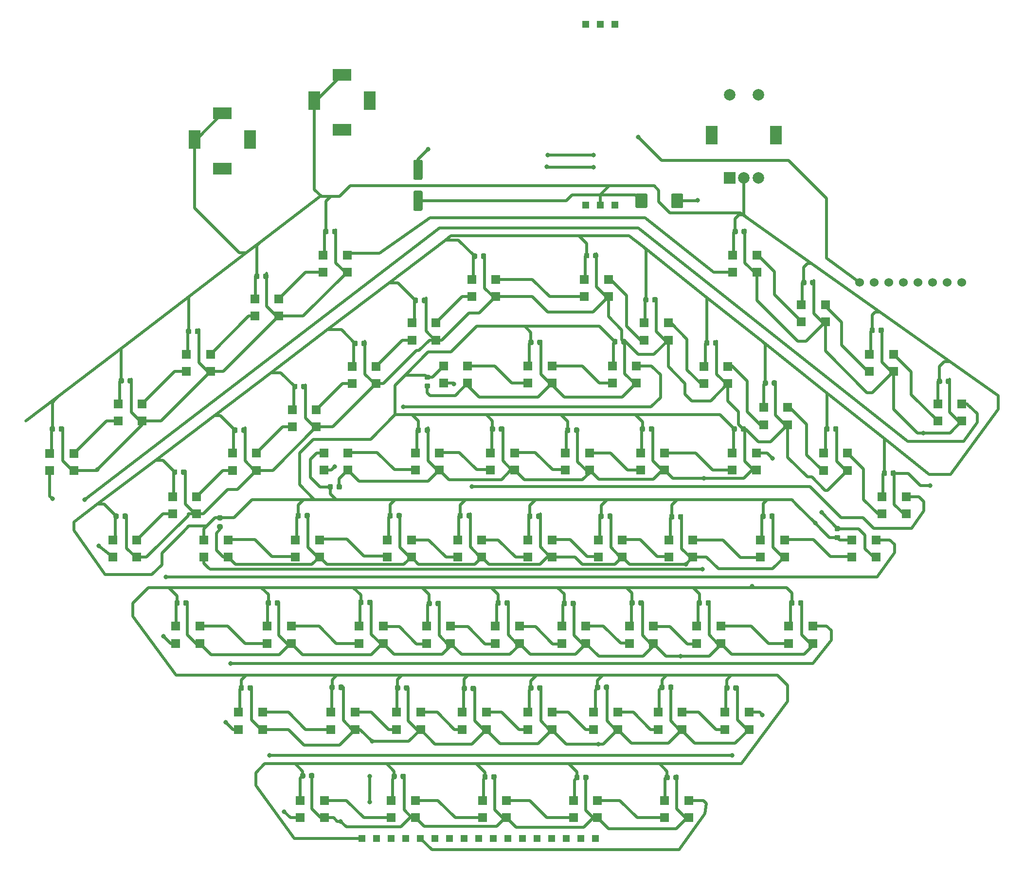
<source format=gbr>
%TF.GenerationSoftware,KiCad,Pcbnew,(5.1.7-0-10_14)*%
%TF.CreationDate,2021-04-06T14:55:12+02:00*%
%TF.ProjectId,MDMA,4d444d41-2e6b-4696-9361-645f70636258,rev?*%
%TF.SameCoordinates,Original*%
%TF.FileFunction,Copper,L1,Top*%
%TF.FilePolarity,Positive*%
%FSLAX46Y46*%
G04 Gerber Fmt 4.6, Leading zero omitted, Abs format (unit mm)*
G04 Created by KiCad (PCBNEW (5.1.7-0-10_14)) date 2021-04-06 14:55:12*
%MOMM*%
%LPD*%
G01*
G04 APERTURE LIST*
%TA.AperFunction,ComponentPad*%
%ADD10R,1.250000X1.250000*%
%TD*%
%TA.AperFunction,ComponentPad*%
%ADD11R,2.000000X2.000000*%
%TD*%
%TA.AperFunction,ComponentPad*%
%ADD12C,2.000000*%
%TD*%
%TA.AperFunction,ComponentPad*%
%ADD13R,2.000000X3.200000*%
%TD*%
%TA.AperFunction,ComponentPad*%
%ADD14R,3.200000X2.000000*%
%TD*%
%TA.AperFunction,ComponentPad*%
%ADD15C,1.524000*%
%TD*%
%TA.AperFunction,SMDPad,CuDef*%
%ADD16R,1.500000X1.500000*%
%TD*%
%TA.AperFunction,ViaPad*%
%ADD17C,0.800000*%
%TD*%
%TA.AperFunction,Conductor*%
%ADD18C,0.500000*%
%TD*%
G04 APERTURE END LIST*
%TO.P,C64,2*%
%TO.N,GND*%
%TA.AperFunction,SMDPad,CuDef*%
G36*
G01*
X167975000Y-64925000D02*
X167975000Y-62875000D01*
G75*
G02*
X168225000Y-62625000I250000J0D01*
G01*
X169800000Y-62625000D01*
G75*
G02*
X170050000Y-62875000I0J-250000D01*
G01*
X170050000Y-64925000D01*
G75*
G02*
X169800000Y-65175000I-250000J0D01*
G01*
X168225000Y-65175000D01*
G75*
G02*
X167975000Y-64925000I0J250000D01*
G01*
G37*
%TD.AperFunction*%
%TO.P,C64,1*%
%TO.N,+5V*%
%TA.AperFunction,SMDPad,CuDef*%
G36*
G01*
X161750000Y-64925000D02*
X161750000Y-62875000D01*
G75*
G02*
X162000000Y-62625000I250000J0D01*
G01*
X163575000Y-62625000D01*
G75*
G02*
X163825000Y-62875000I0J-250000D01*
G01*
X163825000Y-64925000D01*
G75*
G02*
X163575000Y-65175000I-250000J0D01*
G01*
X162000000Y-65175000D01*
G75*
G02*
X161750000Y-64925000I0J250000D01*
G01*
G37*
%TD.AperFunction*%
%TD*%
%TO.P,C63,2*%
%TO.N,GND*%
%TA.AperFunction,SMDPad,CuDef*%
G36*
G01*
X124450000Y-60250000D02*
X123350000Y-60250000D01*
G75*
G02*
X123100000Y-60000000I0J250000D01*
G01*
X123100000Y-57000000D01*
G75*
G02*
X123350000Y-56750000I250000J0D01*
G01*
X124450000Y-56750000D01*
G75*
G02*
X124700000Y-57000000I0J-250000D01*
G01*
X124700000Y-60000000D01*
G75*
G02*
X124450000Y-60250000I-250000J0D01*
G01*
G37*
%TD.AperFunction*%
%TO.P,C63,1*%
%TO.N,+5V*%
%TA.AperFunction,SMDPad,CuDef*%
G36*
G01*
X124450000Y-65650000D02*
X123350000Y-65650000D01*
G75*
G02*
X123100000Y-65400000I0J250000D01*
G01*
X123100000Y-62400000D01*
G75*
G02*
X123350000Y-62150000I250000J0D01*
G01*
X124450000Y-62150000D01*
G75*
G02*
X124700000Y-62400000I0J-250000D01*
G01*
X124700000Y-65400000D01*
G75*
G02*
X124450000Y-65650000I-250000J0D01*
G01*
G37*
%TD.AperFunction*%
%TD*%
D10*
%TO.P,U1,4*%
%TO.N,N/C*%
X158140000Y-33150000D03*
X155600000Y-33150000D03*
X153060000Y-33150000D03*
%TO.P,U1,1*%
%TO.N,Net-(P1-Pad6)*%
X158140000Y-64650000D03*
%TO.P,U1,2*%
%TO.N,+5V*%
X155600000Y-64650000D03*
%TO.P,U1,3*%
%TO.N,GND*%
X153060000Y-64650000D03*
%TD*%
%TO.P,P1,17*%
%TO.N,Net-(P1-Pad17)*%
X154780000Y-174950000D03*
%TO.P,P1,16*%
%TO.N,Net-(P1-Pad16)*%
X152240000Y-174950000D03*
%TO.P,P1,15*%
%TO.N,Net-(P1-Pad15)*%
X149700000Y-174950000D03*
%TO.P,P1,14*%
%TO.N,Net-(P1-Pad14)*%
X147160000Y-174950000D03*
%TO.P,P1,13*%
%TO.N,Net-(P1-Pad13)*%
X144620000Y-174950000D03*
%TO.P,P1,12*%
%TO.N,Net-(P1-Pad12)*%
X142080000Y-174950000D03*
%TO.P,P1,11*%
%TO.N,Net-(P1-Pad11)*%
X139540000Y-174950000D03*
%TO.P,P1,10*%
%TO.N,Net-(P1-Pad10)*%
X137000000Y-174950000D03*
%TO.P,P1,9*%
%TO.N,Net-(P1-Pad9)*%
X134460000Y-174950000D03*
%TO.P,P1,8*%
%TO.N,/switch_led/SW_OUTPUT*%
X131920000Y-174950000D03*
%TO.P,P1,7*%
%TO.N,/switch_led2/SW_OUTPUT*%
X129380000Y-174950000D03*
%TO.P,P1,6*%
%TO.N,Net-(P1-Pad6)*%
X126840000Y-174950000D03*
%TO.P,P1,5*%
%TO.N,/leds/DATA_IN*%
X124300000Y-174950000D03*
%TO.P,P1,4*%
%TO.N,/leds/DATA_OUT*%
X121760000Y-174950000D03*
%TO.P,P1,3*%
%TO.N,GND*%
X119220000Y-174950000D03*
%TO.P,P1,2*%
%TO.N,+3V3*%
X116680000Y-174950000D03*
%TO.P,P1,1*%
%TO.N,+5V*%
X114140000Y-174950000D03*
%TD*%
D11*
%TO.P,SW1,A*%
%TO.N,Net-(P1-Pad10)*%
X178140000Y-59950000D03*
D12*
%TO.P,SW1,C*%
%TO.N,+5V*%
X180640000Y-59950000D03*
%TO.P,SW1,B*%
%TO.N,Net-(P1-Pad11)*%
X183140000Y-59950000D03*
D13*
%TO.P,SW1,MP*%
%TO.N,N/C*%
X175040000Y-52450000D03*
X186240000Y-52450000D03*
D12*
%TO.P,SW1,S2*%
%TO.N,Net-(P1-Pad9)*%
X178140000Y-45450000D03*
%TO.P,SW1,S1*%
%TO.N,+5V*%
X183140000Y-45450000D03*
%TD*%
D13*
%TO.P,SW2,3*%
%TO.N,GND*%
X94660000Y-53190000D03*
%TO.P,SW2,4*%
%TO.N,+5V*%
X85060000Y-53190000D03*
D14*
%TO.P,SW2,2*%
%TO.N,/switch_led/SW_OUTPUT*%
X89860000Y-58290000D03*
%TO.P,SW2,1*%
%TO.N,+5V*%
X89860000Y-48690000D03*
%TD*%
D13*
%TO.P,SW3,3*%
%TO.N,GND*%
X115470000Y-46460000D03*
%TO.P,SW3,4*%
%TO.N,+5V*%
X105870000Y-46460000D03*
D14*
%TO.P,SW3,2*%
%TO.N,/switch_led2/SW_OUTPUT*%
X110670000Y-51560000D03*
%TO.P,SW3,1*%
%TO.N,+5V*%
X110670000Y-41960000D03*
%TD*%
D15*
%TO.P,T1,1*%
%TO.N,+3V3*%
X200800000Y-78110000D03*
%TO.P,T1,2*%
%TO.N,GND*%
X203340000Y-78110000D03*
%TO.P,T1,3*%
%TO.N,Net-(P1-Pad12)*%
X205880000Y-78110000D03*
%TO.P,T1,4*%
%TO.N,Net-(P1-Pad13)*%
X208420000Y-78110000D03*
%TO.P,T1,5*%
%TO.N,Net-(P1-Pad14)*%
X210960000Y-78110000D03*
%TO.P,T1,6*%
%TO.N,Net-(P1-Pad15)*%
X213500000Y-78110000D03*
%TO.P,T1,7*%
%TO.N,Net-(P1-Pad16)*%
X216040000Y-78110000D03*
%TO.P,T1,8*%
%TO.N,Net-(P1-Pad17)*%
X218580000Y-78110000D03*
%TD*%
%TO.P,C1,2*%
%TO.N,GND*%
%TA.AperFunction,SMDPad,CuDef*%
G36*
G01*
X168365000Y-164600000D02*
X168365000Y-164100000D01*
G75*
G02*
X168590000Y-163875000I225000J0D01*
G01*
X169040000Y-163875000D01*
G75*
G02*
X169265000Y-164100000I0J-225000D01*
G01*
X169265000Y-164600000D01*
G75*
G02*
X169040000Y-164825000I-225000J0D01*
G01*
X168590000Y-164825000D01*
G75*
G02*
X168365000Y-164600000I0J225000D01*
G01*
G37*
%TD.AperFunction*%
%TO.P,C1,1*%
%TO.N,+5V*%
%TA.AperFunction,SMDPad,CuDef*%
G36*
G01*
X166815000Y-164600000D02*
X166815000Y-164100000D01*
G75*
G02*
X167040000Y-163875000I225000J0D01*
G01*
X167490000Y-163875000D01*
G75*
G02*
X167715000Y-164100000I0J-225000D01*
G01*
X167715000Y-164600000D01*
G75*
G02*
X167490000Y-164825000I-225000J0D01*
G01*
X167040000Y-164825000D01*
G75*
G02*
X166815000Y-164600000I0J225000D01*
G01*
G37*
%TD.AperFunction*%
%TD*%
%TO.P,C2,2*%
%TO.N,GND*%
%TA.AperFunction,SMDPad,CuDef*%
G36*
G01*
X152665000Y-164600000D02*
X152665000Y-164100000D01*
G75*
G02*
X152890000Y-163875000I225000J0D01*
G01*
X153340000Y-163875000D01*
G75*
G02*
X153565000Y-164100000I0J-225000D01*
G01*
X153565000Y-164600000D01*
G75*
G02*
X153340000Y-164825000I-225000J0D01*
G01*
X152890000Y-164825000D01*
G75*
G02*
X152665000Y-164600000I0J225000D01*
G01*
G37*
%TD.AperFunction*%
%TO.P,C2,1*%
%TO.N,+5V*%
%TA.AperFunction,SMDPad,CuDef*%
G36*
G01*
X151115000Y-164600000D02*
X151115000Y-164100000D01*
G75*
G02*
X151340000Y-163875000I225000J0D01*
G01*
X151790000Y-163875000D01*
G75*
G02*
X152015000Y-164100000I0J-225000D01*
G01*
X152015000Y-164600000D01*
G75*
G02*
X151790000Y-164825000I-225000J0D01*
G01*
X151340000Y-164825000D01*
G75*
G02*
X151115000Y-164600000I0J225000D01*
G01*
G37*
%TD.AperFunction*%
%TD*%
%TO.P,C3,2*%
%TO.N,GND*%
%TA.AperFunction,SMDPad,CuDef*%
G36*
G01*
X162265000Y-134200000D02*
X162265000Y-133700000D01*
G75*
G02*
X162490000Y-133475000I225000J0D01*
G01*
X162940000Y-133475000D01*
G75*
G02*
X163165000Y-133700000I0J-225000D01*
G01*
X163165000Y-134200000D01*
G75*
G02*
X162940000Y-134425000I-225000J0D01*
G01*
X162490000Y-134425000D01*
G75*
G02*
X162265000Y-134200000I0J225000D01*
G01*
G37*
%TD.AperFunction*%
%TO.P,C3,1*%
%TO.N,+5V*%
%TA.AperFunction,SMDPad,CuDef*%
G36*
G01*
X160715000Y-134200000D02*
X160715000Y-133700000D01*
G75*
G02*
X160940000Y-133475000I225000J0D01*
G01*
X161390000Y-133475000D01*
G75*
G02*
X161615000Y-133700000I0J-225000D01*
G01*
X161615000Y-134200000D01*
G75*
G02*
X161390000Y-134425000I-225000J0D01*
G01*
X160940000Y-134425000D01*
G75*
G02*
X160715000Y-134200000I0J225000D01*
G01*
G37*
%TD.AperFunction*%
%TD*%
%TO.P,C4,2*%
%TO.N,GND*%
%TA.AperFunction,SMDPad,CuDef*%
G36*
G01*
X136665000Y-164500000D02*
X136665000Y-164000000D01*
G75*
G02*
X136890000Y-163775000I225000J0D01*
G01*
X137340000Y-163775000D01*
G75*
G02*
X137565000Y-164000000I0J-225000D01*
G01*
X137565000Y-164500000D01*
G75*
G02*
X137340000Y-164725000I-225000J0D01*
G01*
X136890000Y-164725000D01*
G75*
G02*
X136665000Y-164500000I0J225000D01*
G01*
G37*
%TD.AperFunction*%
%TO.P,C4,1*%
%TO.N,+5V*%
%TA.AperFunction,SMDPad,CuDef*%
G36*
G01*
X135115000Y-164500000D02*
X135115000Y-164000000D01*
G75*
G02*
X135340000Y-163775000I225000J0D01*
G01*
X135790000Y-163775000D01*
G75*
G02*
X136015000Y-164000000I0J-225000D01*
G01*
X136015000Y-164500000D01*
G75*
G02*
X135790000Y-164725000I-225000J0D01*
G01*
X135340000Y-164725000D01*
G75*
G02*
X135115000Y-164500000I0J225000D01*
G01*
G37*
%TD.AperFunction*%
%TD*%
%TO.P,C5,2*%
%TO.N,GND*%
%TA.AperFunction,SMDPad,CuDef*%
G36*
G01*
X173965000Y-134200000D02*
X173965000Y-133700000D01*
G75*
G02*
X174190000Y-133475000I225000J0D01*
G01*
X174640000Y-133475000D01*
G75*
G02*
X174865000Y-133700000I0J-225000D01*
G01*
X174865000Y-134200000D01*
G75*
G02*
X174640000Y-134425000I-225000J0D01*
G01*
X174190000Y-134425000D01*
G75*
G02*
X173965000Y-134200000I0J225000D01*
G01*
G37*
%TD.AperFunction*%
%TO.P,C5,1*%
%TO.N,+5V*%
%TA.AperFunction,SMDPad,CuDef*%
G36*
G01*
X172415000Y-134200000D02*
X172415000Y-133700000D01*
G75*
G02*
X172640000Y-133475000I225000J0D01*
G01*
X173090000Y-133475000D01*
G75*
G02*
X173315000Y-133700000I0J-225000D01*
G01*
X173315000Y-134200000D01*
G75*
G02*
X173090000Y-134425000I-225000J0D01*
G01*
X172640000Y-134425000D01*
G75*
G02*
X172415000Y-134200000I0J225000D01*
G01*
G37*
%TD.AperFunction*%
%TD*%
%TO.P,C6,2*%
%TO.N,GND*%
%TA.AperFunction,SMDPad,CuDef*%
G36*
G01*
X150465000Y-134300000D02*
X150465000Y-133800000D01*
G75*
G02*
X150690000Y-133575000I225000J0D01*
G01*
X151140000Y-133575000D01*
G75*
G02*
X151365000Y-133800000I0J-225000D01*
G01*
X151365000Y-134300000D01*
G75*
G02*
X151140000Y-134525000I-225000J0D01*
G01*
X150690000Y-134525000D01*
G75*
G02*
X150465000Y-134300000I0J225000D01*
G01*
G37*
%TD.AperFunction*%
%TO.P,C6,1*%
%TO.N,+5V*%
%TA.AperFunction,SMDPad,CuDef*%
G36*
G01*
X148915000Y-134300000D02*
X148915000Y-133800000D01*
G75*
G02*
X149140000Y-133575000I225000J0D01*
G01*
X149590000Y-133575000D01*
G75*
G02*
X149815000Y-133800000I0J-225000D01*
G01*
X149815000Y-134300000D01*
G75*
G02*
X149590000Y-134525000I-225000J0D01*
G01*
X149140000Y-134525000D01*
G75*
G02*
X148915000Y-134300000I0J225000D01*
G01*
G37*
%TD.AperFunction*%
%TD*%
%TO.P,C7,2*%
%TO.N,GND*%
%TA.AperFunction,SMDPad,CuDef*%
G36*
G01*
X120865000Y-164400000D02*
X120865000Y-163900000D01*
G75*
G02*
X121090000Y-163675000I225000J0D01*
G01*
X121540000Y-163675000D01*
G75*
G02*
X121765000Y-163900000I0J-225000D01*
G01*
X121765000Y-164400000D01*
G75*
G02*
X121540000Y-164625000I-225000J0D01*
G01*
X121090000Y-164625000D01*
G75*
G02*
X120865000Y-164400000I0J225000D01*
G01*
G37*
%TD.AperFunction*%
%TO.P,C7,1*%
%TO.N,+5V*%
%TA.AperFunction,SMDPad,CuDef*%
G36*
G01*
X119315000Y-164400000D02*
X119315000Y-163900000D01*
G75*
G02*
X119540000Y-163675000I225000J0D01*
G01*
X119990000Y-163675000D01*
G75*
G02*
X120215000Y-163900000I0J-225000D01*
G01*
X120215000Y-164400000D01*
G75*
G02*
X119990000Y-164625000I-225000J0D01*
G01*
X119540000Y-164625000D01*
G75*
G02*
X119315000Y-164400000I0J225000D01*
G01*
G37*
%TD.AperFunction*%
%TD*%
%TO.P,C8,2*%
%TO.N,GND*%
%TA.AperFunction,SMDPad,CuDef*%
G36*
G01*
X190065000Y-134200000D02*
X190065000Y-133700000D01*
G75*
G02*
X190290000Y-133475000I225000J0D01*
G01*
X190740000Y-133475000D01*
G75*
G02*
X190965000Y-133700000I0J-225000D01*
G01*
X190965000Y-134200000D01*
G75*
G02*
X190740000Y-134425000I-225000J0D01*
G01*
X190290000Y-134425000D01*
G75*
G02*
X190065000Y-134200000I0J225000D01*
G01*
G37*
%TD.AperFunction*%
%TO.P,C8,1*%
%TO.N,+5V*%
%TA.AperFunction,SMDPad,CuDef*%
G36*
G01*
X188515000Y-134200000D02*
X188515000Y-133700000D01*
G75*
G02*
X188740000Y-133475000I225000J0D01*
G01*
X189190000Y-133475000D01*
G75*
G02*
X189415000Y-133700000I0J-225000D01*
G01*
X189415000Y-134200000D01*
G75*
G02*
X189190000Y-134425000I-225000J0D01*
G01*
X188740000Y-134425000D01*
G75*
G02*
X188515000Y-134200000I0J225000D01*
G01*
G37*
%TD.AperFunction*%
%TD*%
%TO.P,C9,2*%
%TO.N,GND*%
%TA.AperFunction,SMDPad,CuDef*%
G36*
G01*
X138965000Y-134200000D02*
X138965000Y-133700000D01*
G75*
G02*
X139190000Y-133475000I225000J0D01*
G01*
X139640000Y-133475000D01*
G75*
G02*
X139865000Y-133700000I0J-225000D01*
G01*
X139865000Y-134200000D01*
G75*
G02*
X139640000Y-134425000I-225000J0D01*
G01*
X139190000Y-134425000D01*
G75*
G02*
X138965000Y-134200000I0J225000D01*
G01*
G37*
%TD.AperFunction*%
%TO.P,C9,1*%
%TO.N,+5V*%
%TA.AperFunction,SMDPad,CuDef*%
G36*
G01*
X137415000Y-134200000D02*
X137415000Y-133700000D01*
G75*
G02*
X137640000Y-133475000I225000J0D01*
G01*
X138090000Y-133475000D01*
G75*
G02*
X138315000Y-133700000I0J-225000D01*
G01*
X138315000Y-134200000D01*
G75*
G02*
X138090000Y-134425000I-225000J0D01*
G01*
X137640000Y-134425000D01*
G75*
G02*
X137415000Y-134200000I0J225000D01*
G01*
G37*
%TD.AperFunction*%
%TD*%
%TO.P,C10,2*%
%TO.N,GND*%
%TA.AperFunction,SMDPad,CuDef*%
G36*
G01*
X104940000Y-164300000D02*
X104940000Y-163800000D01*
G75*
G02*
X105165000Y-163575000I225000J0D01*
G01*
X105615000Y-163575000D01*
G75*
G02*
X105840000Y-163800000I0J-225000D01*
G01*
X105840000Y-164300000D01*
G75*
G02*
X105615000Y-164525000I-225000J0D01*
G01*
X105165000Y-164525000D01*
G75*
G02*
X104940000Y-164300000I0J225000D01*
G01*
G37*
%TD.AperFunction*%
%TO.P,C10,1*%
%TO.N,+5V*%
%TA.AperFunction,SMDPad,CuDef*%
G36*
G01*
X103390000Y-164300000D02*
X103390000Y-163800000D01*
G75*
G02*
X103615000Y-163575000I225000J0D01*
G01*
X104065000Y-163575000D01*
G75*
G02*
X104290000Y-163800000I0J-225000D01*
G01*
X104290000Y-164300000D01*
G75*
G02*
X104065000Y-164525000I-225000J0D01*
G01*
X103615000Y-164525000D01*
G75*
G02*
X103390000Y-164300000I0J225000D01*
G01*
G37*
%TD.AperFunction*%
%TD*%
%TO.P,C11,2*%
%TO.N,GND*%
%TA.AperFunction,SMDPad,CuDef*%
G36*
G01*
X115065000Y-134100000D02*
X115065000Y-133600000D01*
G75*
G02*
X115290000Y-133375000I225000J0D01*
G01*
X115740000Y-133375000D01*
G75*
G02*
X115965000Y-133600000I0J-225000D01*
G01*
X115965000Y-134100000D01*
G75*
G02*
X115740000Y-134325000I-225000J0D01*
G01*
X115290000Y-134325000D01*
G75*
G02*
X115065000Y-134100000I0J225000D01*
G01*
G37*
%TD.AperFunction*%
%TO.P,C11,1*%
%TO.N,+5V*%
%TA.AperFunction,SMDPad,CuDef*%
G36*
G01*
X113515000Y-134100000D02*
X113515000Y-133600000D01*
G75*
G02*
X113740000Y-133375000I225000J0D01*
G01*
X114190000Y-133375000D01*
G75*
G02*
X114415000Y-133600000I0J-225000D01*
G01*
X114415000Y-134100000D01*
G75*
G02*
X114190000Y-134325000I-225000J0D01*
G01*
X113740000Y-134325000D01*
G75*
G02*
X113515000Y-134100000I0J225000D01*
G01*
G37*
%TD.AperFunction*%
%TD*%
%TO.P,C12,2*%
%TO.N,GND*%
%TA.AperFunction,SMDPad,CuDef*%
G36*
G01*
X178765000Y-149000000D02*
X178765000Y-148500000D01*
G75*
G02*
X178990000Y-148275000I225000J0D01*
G01*
X179440000Y-148275000D01*
G75*
G02*
X179665000Y-148500000I0J-225000D01*
G01*
X179665000Y-149000000D01*
G75*
G02*
X179440000Y-149225000I-225000J0D01*
G01*
X178990000Y-149225000D01*
G75*
G02*
X178765000Y-149000000I0J225000D01*
G01*
G37*
%TD.AperFunction*%
%TO.P,C12,1*%
%TO.N,+5V*%
%TA.AperFunction,SMDPad,CuDef*%
G36*
G01*
X177215000Y-149000000D02*
X177215000Y-148500000D01*
G75*
G02*
X177440000Y-148275000I225000J0D01*
G01*
X177890000Y-148275000D01*
G75*
G02*
X178115000Y-148500000I0J-225000D01*
G01*
X178115000Y-149000000D01*
G75*
G02*
X177890000Y-149225000I-225000J0D01*
G01*
X177440000Y-149225000D01*
G75*
G02*
X177215000Y-149000000I0J225000D01*
G01*
G37*
%TD.AperFunction*%
%TD*%
%TO.P,C13,2*%
%TO.N,GND*%
%TA.AperFunction,SMDPad,CuDef*%
G36*
G01*
X126965000Y-134300000D02*
X126965000Y-133800000D01*
G75*
G02*
X127190000Y-133575000I225000J0D01*
G01*
X127640000Y-133575000D01*
G75*
G02*
X127865000Y-133800000I0J-225000D01*
G01*
X127865000Y-134300000D01*
G75*
G02*
X127640000Y-134525000I-225000J0D01*
G01*
X127190000Y-134525000D01*
G75*
G02*
X126965000Y-134300000I0J225000D01*
G01*
G37*
%TD.AperFunction*%
%TO.P,C13,1*%
%TO.N,+5V*%
%TA.AperFunction,SMDPad,CuDef*%
G36*
G01*
X125415000Y-134300000D02*
X125415000Y-133800000D01*
G75*
G02*
X125640000Y-133575000I225000J0D01*
G01*
X126090000Y-133575000D01*
G75*
G02*
X126315000Y-133800000I0J-225000D01*
G01*
X126315000Y-134300000D01*
G75*
G02*
X126090000Y-134525000I-225000J0D01*
G01*
X125640000Y-134525000D01*
G75*
G02*
X125415000Y-134300000I0J225000D01*
G01*
G37*
%TD.AperFunction*%
%TD*%
%TO.P,C14,2*%
%TO.N,GND*%
%TA.AperFunction,SMDPad,CuDef*%
G36*
G01*
X94265000Y-149000000D02*
X94265000Y-148500000D01*
G75*
G02*
X94490000Y-148275000I225000J0D01*
G01*
X94940000Y-148275000D01*
G75*
G02*
X95165000Y-148500000I0J-225000D01*
G01*
X95165000Y-149000000D01*
G75*
G02*
X94940000Y-149225000I-225000J0D01*
G01*
X94490000Y-149225000D01*
G75*
G02*
X94265000Y-149000000I0J225000D01*
G01*
G37*
%TD.AperFunction*%
%TO.P,C14,1*%
%TO.N,+5V*%
%TA.AperFunction,SMDPad,CuDef*%
G36*
G01*
X92715000Y-149000000D02*
X92715000Y-148500000D01*
G75*
G02*
X92940000Y-148275000I225000J0D01*
G01*
X93390000Y-148275000D01*
G75*
G02*
X93615000Y-148500000I0J-225000D01*
G01*
X93615000Y-149000000D01*
G75*
G02*
X93390000Y-149225000I-225000J0D01*
G01*
X92940000Y-149225000D01*
G75*
G02*
X92715000Y-149000000I0J225000D01*
G01*
G37*
%TD.AperFunction*%
%TD*%
%TO.P,C15,2*%
%TO.N,GND*%
%TA.AperFunction,SMDPad,CuDef*%
G36*
G01*
X185065000Y-119100000D02*
X185065000Y-118600000D01*
G75*
G02*
X185290000Y-118375000I225000J0D01*
G01*
X185740000Y-118375000D01*
G75*
G02*
X185965000Y-118600000I0J-225000D01*
G01*
X185965000Y-119100000D01*
G75*
G02*
X185740000Y-119325000I-225000J0D01*
G01*
X185290000Y-119325000D01*
G75*
G02*
X185065000Y-119100000I0J225000D01*
G01*
G37*
%TD.AperFunction*%
%TO.P,C15,1*%
%TO.N,+5V*%
%TA.AperFunction,SMDPad,CuDef*%
G36*
G01*
X183515000Y-119100000D02*
X183515000Y-118600000D01*
G75*
G02*
X183740000Y-118375000I225000J0D01*
G01*
X184190000Y-118375000D01*
G75*
G02*
X184415000Y-118600000I0J-225000D01*
G01*
X184415000Y-119100000D01*
G75*
G02*
X184190000Y-119325000I-225000J0D01*
G01*
X183740000Y-119325000D01*
G75*
G02*
X183515000Y-119100000I0J225000D01*
G01*
G37*
%TD.AperFunction*%
%TD*%
%TO.P,C16,2*%
%TO.N,GND*%
%TA.AperFunction,SMDPad,CuDef*%
G36*
G01*
X167465000Y-148900000D02*
X167465000Y-148400000D01*
G75*
G02*
X167690000Y-148175000I225000J0D01*
G01*
X168140000Y-148175000D01*
G75*
G02*
X168365000Y-148400000I0J-225000D01*
G01*
X168365000Y-148900000D01*
G75*
G02*
X168140000Y-149125000I-225000J0D01*
G01*
X167690000Y-149125000D01*
G75*
G02*
X167465000Y-148900000I0J225000D01*
G01*
G37*
%TD.AperFunction*%
%TO.P,C16,1*%
%TO.N,+5V*%
%TA.AperFunction,SMDPad,CuDef*%
G36*
G01*
X165915000Y-148900000D02*
X165915000Y-148400000D01*
G75*
G02*
X166140000Y-148175000I225000J0D01*
G01*
X166590000Y-148175000D01*
G75*
G02*
X166815000Y-148400000I0J-225000D01*
G01*
X166815000Y-148900000D01*
G75*
G02*
X166590000Y-149125000I-225000J0D01*
G01*
X166140000Y-149125000D01*
G75*
G02*
X165915000Y-148900000I0J225000D01*
G01*
G37*
%TD.AperFunction*%
%TD*%
%TO.P,C17,2*%
%TO.N,GND*%
%TA.AperFunction,SMDPad,CuDef*%
G36*
G01*
X72465000Y-119100000D02*
X72465000Y-118600000D01*
G75*
G02*
X72690000Y-118375000I225000J0D01*
G01*
X73140000Y-118375000D01*
G75*
G02*
X73365000Y-118600000I0J-225000D01*
G01*
X73365000Y-119100000D01*
G75*
G02*
X73140000Y-119325000I-225000J0D01*
G01*
X72690000Y-119325000D01*
G75*
G02*
X72465000Y-119100000I0J225000D01*
G01*
G37*
%TD.AperFunction*%
%TO.P,C17,1*%
%TO.N,+5V*%
%TA.AperFunction,SMDPad,CuDef*%
G36*
G01*
X70915000Y-119100000D02*
X70915000Y-118600000D01*
G75*
G02*
X71140000Y-118375000I225000J0D01*
G01*
X71590000Y-118375000D01*
G75*
G02*
X71815000Y-118600000I0J-225000D01*
G01*
X71815000Y-119100000D01*
G75*
G02*
X71590000Y-119325000I-225000J0D01*
G01*
X71140000Y-119325000D01*
G75*
G02*
X70915000Y-119100000I0J225000D01*
G01*
G37*
%TD.AperFunction*%
%TD*%
%TO.P,C18,2*%
%TO.N,GND*%
%TA.AperFunction,SMDPad,CuDef*%
G36*
G01*
X110065000Y-148900000D02*
X110065000Y-148400000D01*
G75*
G02*
X110290000Y-148175000I225000J0D01*
G01*
X110740000Y-148175000D01*
G75*
G02*
X110965000Y-148400000I0J-225000D01*
G01*
X110965000Y-148900000D01*
G75*
G02*
X110740000Y-149125000I-225000J0D01*
G01*
X110290000Y-149125000D01*
G75*
G02*
X110065000Y-148900000I0J225000D01*
G01*
G37*
%TD.AperFunction*%
%TO.P,C18,1*%
%TO.N,+5V*%
%TA.AperFunction,SMDPad,CuDef*%
G36*
G01*
X108515000Y-148900000D02*
X108515000Y-148400000D01*
G75*
G02*
X108740000Y-148175000I225000J0D01*
G01*
X109190000Y-148175000D01*
G75*
G02*
X109415000Y-148400000I0J-225000D01*
G01*
X109415000Y-148900000D01*
G75*
G02*
X109190000Y-149125000I-225000J0D01*
G01*
X108740000Y-149125000D01*
G75*
G02*
X108515000Y-148900000I0J225000D01*
G01*
G37*
%TD.AperFunction*%
%TD*%
%TO.P,C19,2*%
%TO.N,GND*%
%TA.AperFunction,SMDPad,CuDef*%
G36*
G01*
X98965000Y-134200000D02*
X98965000Y-133700000D01*
G75*
G02*
X99190000Y-133475000I225000J0D01*
G01*
X99640000Y-133475000D01*
G75*
G02*
X99865000Y-133700000I0J-225000D01*
G01*
X99865000Y-134200000D01*
G75*
G02*
X99640000Y-134425000I-225000J0D01*
G01*
X99190000Y-134425000D01*
G75*
G02*
X98965000Y-134200000I0J225000D01*
G01*
G37*
%TD.AperFunction*%
%TO.P,C19,1*%
%TO.N,+5V*%
%TA.AperFunction,SMDPad,CuDef*%
G36*
G01*
X97415000Y-134200000D02*
X97415000Y-133700000D01*
G75*
G02*
X97640000Y-133475000I225000J0D01*
G01*
X98090000Y-133475000D01*
G75*
G02*
X98315000Y-133700000I0J-225000D01*
G01*
X98315000Y-134200000D01*
G75*
G02*
X98090000Y-134425000I-225000J0D01*
G01*
X97640000Y-134425000D01*
G75*
G02*
X97415000Y-134200000I0J225000D01*
G01*
G37*
%TD.AperFunction*%
%TD*%
%TO.P,C20,2*%
%TO.N,GND*%
%TA.AperFunction,SMDPad,CuDef*%
G36*
G01*
X156865000Y-119100000D02*
X156865000Y-118600000D01*
G75*
G02*
X157090000Y-118375000I225000J0D01*
G01*
X157540000Y-118375000D01*
G75*
G02*
X157765000Y-118600000I0J-225000D01*
G01*
X157765000Y-119100000D01*
G75*
G02*
X157540000Y-119325000I-225000J0D01*
G01*
X157090000Y-119325000D01*
G75*
G02*
X156865000Y-119100000I0J225000D01*
G01*
G37*
%TD.AperFunction*%
%TO.P,C20,1*%
%TO.N,+5V*%
%TA.AperFunction,SMDPad,CuDef*%
G36*
G01*
X155315000Y-119100000D02*
X155315000Y-118600000D01*
G75*
G02*
X155540000Y-118375000I225000J0D01*
G01*
X155990000Y-118375000D01*
G75*
G02*
X156215000Y-118600000I0J-225000D01*
G01*
X156215000Y-119100000D01*
G75*
G02*
X155990000Y-119325000I-225000J0D01*
G01*
X155540000Y-119325000D01*
G75*
G02*
X155315000Y-119100000I0J225000D01*
G01*
G37*
%TD.AperFunction*%
%TD*%
%TO.P,C21,2*%
%TO.N,GND*%
%TA.AperFunction,SMDPad,CuDef*%
G36*
G01*
X156265000Y-148900000D02*
X156265000Y-148400000D01*
G75*
G02*
X156490000Y-148175000I225000J0D01*
G01*
X156940000Y-148175000D01*
G75*
G02*
X157165000Y-148400000I0J-225000D01*
G01*
X157165000Y-148900000D01*
G75*
G02*
X156940000Y-149125000I-225000J0D01*
G01*
X156490000Y-149125000D01*
G75*
G02*
X156265000Y-148900000I0J225000D01*
G01*
G37*
%TD.AperFunction*%
%TO.P,C21,1*%
%TO.N,+5V*%
%TA.AperFunction,SMDPad,CuDef*%
G36*
G01*
X154715000Y-148900000D02*
X154715000Y-148400000D01*
G75*
G02*
X154940000Y-148175000I225000J0D01*
G01*
X155390000Y-148175000D01*
G75*
G02*
X155615000Y-148400000I0J-225000D01*
G01*
X155615000Y-148900000D01*
G75*
G02*
X155390000Y-149125000I-225000J0D01*
G01*
X154940000Y-149125000D01*
G75*
G02*
X154715000Y-148900000I0J225000D01*
G01*
G37*
%TD.AperFunction*%
%TD*%
%TO.P,C22,2*%
%TO.N,GND*%
%TA.AperFunction,SMDPad,CuDef*%
G36*
G01*
X93165000Y-104100000D02*
X93165000Y-103600000D01*
G75*
G02*
X93390000Y-103375000I225000J0D01*
G01*
X93840000Y-103375000D01*
G75*
G02*
X94065000Y-103600000I0J-225000D01*
G01*
X94065000Y-104100000D01*
G75*
G02*
X93840000Y-104325000I-225000J0D01*
G01*
X93390000Y-104325000D01*
G75*
G02*
X93165000Y-104100000I0J225000D01*
G01*
G37*
%TD.AperFunction*%
%TO.P,C22,1*%
%TO.N,+5V*%
%TA.AperFunction,SMDPad,CuDef*%
G36*
G01*
X91615000Y-104100000D02*
X91615000Y-103600000D01*
G75*
G02*
X91840000Y-103375000I225000J0D01*
G01*
X92290000Y-103375000D01*
G75*
G02*
X92515000Y-103600000I0J-225000D01*
G01*
X92515000Y-104100000D01*
G75*
G02*
X92290000Y-104325000I-225000J0D01*
G01*
X91840000Y-104325000D01*
G75*
G02*
X91615000Y-104100000I0J225000D01*
G01*
G37*
%TD.AperFunction*%
%TD*%
%TO.P,C23,2*%
%TO.N,GND*%
%TA.AperFunction,SMDPad,CuDef*%
G36*
G01*
X83065000Y-134200000D02*
X83065000Y-133700000D01*
G75*
G02*
X83290000Y-133475000I225000J0D01*
G01*
X83740000Y-133475000D01*
G75*
G02*
X83965000Y-133700000I0J-225000D01*
G01*
X83965000Y-134200000D01*
G75*
G02*
X83740000Y-134425000I-225000J0D01*
G01*
X83290000Y-134425000D01*
G75*
G02*
X83065000Y-134200000I0J225000D01*
G01*
G37*
%TD.AperFunction*%
%TO.P,C23,1*%
%TO.N,+5V*%
%TA.AperFunction,SMDPad,CuDef*%
G36*
G01*
X81515000Y-134200000D02*
X81515000Y-133700000D01*
G75*
G02*
X81740000Y-133475000I225000J0D01*
G01*
X82190000Y-133475000D01*
G75*
G02*
X82415000Y-133700000I0J-225000D01*
G01*
X82415000Y-134200000D01*
G75*
G02*
X82190000Y-134425000I-225000J0D01*
G01*
X81740000Y-134425000D01*
G75*
G02*
X81515000Y-134200000I0J225000D01*
G01*
G37*
%TD.AperFunction*%
%TD*%
%TO.P,C24,2*%
%TO.N,GND*%
%TA.AperFunction,SMDPad,CuDef*%
G36*
G01*
X121465000Y-149000000D02*
X121465000Y-148500000D01*
G75*
G02*
X121690000Y-148275000I225000J0D01*
G01*
X122140000Y-148275000D01*
G75*
G02*
X122365000Y-148500000I0J-225000D01*
G01*
X122365000Y-149000000D01*
G75*
G02*
X122140000Y-149225000I-225000J0D01*
G01*
X121690000Y-149225000D01*
G75*
G02*
X121465000Y-149000000I0J225000D01*
G01*
G37*
%TD.AperFunction*%
%TO.P,C24,1*%
%TO.N,+5V*%
%TA.AperFunction,SMDPad,CuDef*%
G36*
G01*
X119915000Y-149000000D02*
X119915000Y-148500000D01*
G75*
G02*
X120140000Y-148275000I225000J0D01*
G01*
X120590000Y-148275000D01*
G75*
G02*
X120815000Y-148500000I0J-225000D01*
G01*
X120815000Y-149000000D01*
G75*
G02*
X120590000Y-149225000I-225000J0D01*
G01*
X120140000Y-149225000D01*
G75*
G02*
X119915000Y-149000000I0J225000D01*
G01*
G37*
%TD.AperFunction*%
%TD*%
%TO.P,C25,2*%
%TO.N,GND*%
%TA.AperFunction,SMDPad,CuDef*%
G36*
G01*
X180065000Y-103900000D02*
X180065000Y-103400000D01*
G75*
G02*
X180290000Y-103175000I225000J0D01*
G01*
X180740000Y-103175000D01*
G75*
G02*
X180965000Y-103400000I0J-225000D01*
G01*
X180965000Y-103900000D01*
G75*
G02*
X180740000Y-104125000I-225000J0D01*
G01*
X180290000Y-104125000D01*
G75*
G02*
X180065000Y-103900000I0J225000D01*
G01*
G37*
%TD.AperFunction*%
%TO.P,C25,1*%
%TO.N,+5V*%
%TA.AperFunction,SMDPad,CuDef*%
G36*
G01*
X178515000Y-103900000D02*
X178515000Y-103400000D01*
G75*
G02*
X178740000Y-103175000I225000J0D01*
G01*
X179190000Y-103175000D01*
G75*
G02*
X179415000Y-103400000I0J-225000D01*
G01*
X179415000Y-103900000D01*
G75*
G02*
X179190000Y-104125000I-225000J0D01*
G01*
X178740000Y-104125000D01*
G75*
G02*
X178515000Y-103900000I0J225000D01*
G01*
G37*
%TD.AperFunction*%
%TD*%
%TO.P,C26,2*%
%TO.N,GND*%
%TA.AperFunction,SMDPad,CuDef*%
G36*
G01*
X144665000Y-149000000D02*
X144665000Y-148500000D01*
G75*
G02*
X144890000Y-148275000I225000J0D01*
G01*
X145340000Y-148275000D01*
G75*
G02*
X145565000Y-148500000I0J-225000D01*
G01*
X145565000Y-149000000D01*
G75*
G02*
X145340000Y-149225000I-225000J0D01*
G01*
X144890000Y-149225000D01*
G75*
G02*
X144665000Y-149000000I0J225000D01*
G01*
G37*
%TD.AperFunction*%
%TO.P,C26,1*%
%TO.N,+5V*%
%TA.AperFunction,SMDPad,CuDef*%
G36*
G01*
X143115000Y-149000000D02*
X143115000Y-148500000D01*
G75*
G02*
X143340000Y-148275000I225000J0D01*
G01*
X143790000Y-148275000D01*
G75*
G02*
X144015000Y-148500000I0J-225000D01*
G01*
X144015000Y-149000000D01*
G75*
G02*
X143790000Y-149225000I-225000J0D01*
G01*
X143340000Y-149225000D01*
G75*
G02*
X143115000Y-149000000I0J225000D01*
G01*
G37*
%TD.AperFunction*%
%TD*%
%TO.P,C27,2*%
%TO.N,GND*%
%TA.AperFunction,SMDPad,CuDef*%
G36*
G01*
X144465000Y-119100000D02*
X144465000Y-118600000D01*
G75*
G02*
X144690000Y-118375000I225000J0D01*
G01*
X145140000Y-118375000D01*
G75*
G02*
X145365000Y-118600000I0J-225000D01*
G01*
X145365000Y-119100000D01*
G75*
G02*
X145140000Y-119325000I-225000J0D01*
G01*
X144690000Y-119325000D01*
G75*
G02*
X144465000Y-119100000I0J225000D01*
G01*
G37*
%TD.AperFunction*%
%TO.P,C27,1*%
%TO.N,+5V*%
%TA.AperFunction,SMDPad,CuDef*%
G36*
G01*
X142915000Y-119100000D02*
X142915000Y-118600000D01*
G75*
G02*
X143140000Y-118375000I225000J0D01*
G01*
X143590000Y-118375000D01*
G75*
G02*
X143815000Y-118600000I0J-225000D01*
G01*
X143815000Y-119100000D01*
G75*
G02*
X143590000Y-119325000I-225000J0D01*
G01*
X143140000Y-119325000D01*
G75*
G02*
X142915000Y-119100000I0J225000D01*
G01*
G37*
%TD.AperFunction*%
%TD*%
%TO.P,C28,2*%
%TO.N,GND*%
%TA.AperFunction,SMDPad,CuDef*%
G36*
G01*
X206165000Y-111600000D02*
X206165000Y-111100000D01*
G75*
G02*
X206390000Y-110875000I225000J0D01*
G01*
X206840000Y-110875000D01*
G75*
G02*
X207065000Y-111100000I0J-225000D01*
G01*
X207065000Y-111600000D01*
G75*
G02*
X206840000Y-111825000I-225000J0D01*
G01*
X206390000Y-111825000D01*
G75*
G02*
X206165000Y-111600000I0J225000D01*
G01*
G37*
%TD.AperFunction*%
%TO.P,C28,1*%
%TO.N,+5V*%
%TA.AperFunction,SMDPad,CuDef*%
G36*
G01*
X204615000Y-111600000D02*
X204615000Y-111100000D01*
G75*
G02*
X204840000Y-110875000I225000J0D01*
G01*
X205290000Y-110875000D01*
G75*
G02*
X205515000Y-111100000I0J-225000D01*
G01*
X205515000Y-111600000D01*
G75*
G02*
X205290000Y-111825000I-225000J0D01*
G01*
X204840000Y-111825000D01*
G75*
G02*
X204615000Y-111600000I0J225000D01*
G01*
G37*
%TD.AperFunction*%
%TD*%
%TO.P,C29,2*%
%TO.N,GND*%
%TA.AperFunction,SMDPad,CuDef*%
G36*
G01*
X197140000Y-121465000D02*
X196640000Y-121465000D01*
G75*
G02*
X196415000Y-121240000I0J225000D01*
G01*
X196415000Y-120790000D01*
G75*
G02*
X196640000Y-120565000I225000J0D01*
G01*
X197140000Y-120565000D01*
G75*
G02*
X197365000Y-120790000I0J-225000D01*
G01*
X197365000Y-121240000D01*
G75*
G02*
X197140000Y-121465000I-225000J0D01*
G01*
G37*
%TD.AperFunction*%
%TO.P,C29,1*%
%TO.N,+5V*%
%TA.AperFunction,SMDPad,CuDef*%
G36*
G01*
X197140000Y-123015000D02*
X196640000Y-123015000D01*
G75*
G02*
X196415000Y-122790000I0J225000D01*
G01*
X196415000Y-122340000D01*
G75*
G02*
X196640000Y-122115000I225000J0D01*
G01*
X197140000Y-122115000D01*
G75*
G02*
X197365000Y-122340000I0J-225000D01*
G01*
X197365000Y-122790000D01*
G75*
G02*
X197140000Y-123015000I-225000J0D01*
G01*
G37*
%TD.AperFunction*%
%TD*%
%TO.P,C30,2*%
%TO.N,GND*%
%TA.AperFunction,SMDPad,CuDef*%
G36*
G01*
X196165000Y-103900000D02*
X196165000Y-103400000D01*
G75*
G02*
X196390000Y-103175000I225000J0D01*
G01*
X196840000Y-103175000D01*
G75*
G02*
X197065000Y-103400000I0J-225000D01*
G01*
X197065000Y-103900000D01*
G75*
G02*
X196840000Y-104125000I-225000J0D01*
G01*
X196390000Y-104125000D01*
G75*
G02*
X196165000Y-103900000I0J225000D01*
G01*
G37*
%TD.AperFunction*%
%TO.P,C30,1*%
%TO.N,+5V*%
%TA.AperFunction,SMDPad,CuDef*%
G36*
G01*
X194615000Y-103900000D02*
X194615000Y-103400000D01*
G75*
G02*
X194840000Y-103175000I225000J0D01*
G01*
X195290000Y-103175000D01*
G75*
G02*
X195515000Y-103400000I0J-225000D01*
G01*
X195515000Y-103900000D01*
G75*
G02*
X195290000Y-104125000I-225000J0D01*
G01*
X194840000Y-104125000D01*
G75*
G02*
X194615000Y-103900000I0J225000D01*
G01*
G37*
%TD.AperFunction*%
%TD*%
%TO.P,C31,2*%
%TO.N,GND*%
%TA.AperFunction,SMDPad,CuDef*%
G36*
G01*
X132365000Y-119000000D02*
X132365000Y-118500000D01*
G75*
G02*
X132590000Y-118275000I225000J0D01*
G01*
X133040000Y-118275000D01*
G75*
G02*
X133265000Y-118500000I0J-225000D01*
G01*
X133265000Y-119000000D01*
G75*
G02*
X133040000Y-119225000I-225000J0D01*
G01*
X132590000Y-119225000D01*
G75*
G02*
X132365000Y-119000000I0J225000D01*
G01*
G37*
%TD.AperFunction*%
%TO.P,C31,1*%
%TO.N,+5V*%
%TA.AperFunction,SMDPad,CuDef*%
G36*
G01*
X130815000Y-119000000D02*
X130815000Y-118500000D01*
G75*
G02*
X131040000Y-118275000I225000J0D01*
G01*
X131490000Y-118275000D01*
G75*
G02*
X131715000Y-118500000I0J-225000D01*
G01*
X131715000Y-119000000D01*
G75*
G02*
X131490000Y-119225000I-225000J0D01*
G01*
X131040000Y-119225000D01*
G75*
G02*
X130815000Y-119000000I0J225000D01*
G01*
G37*
%TD.AperFunction*%
%TD*%
%TO.P,C32,2*%
%TO.N,GND*%
%TA.AperFunction,SMDPad,CuDef*%
G36*
G01*
X133065000Y-149100000D02*
X133065000Y-148600000D01*
G75*
G02*
X133290000Y-148375000I225000J0D01*
G01*
X133740000Y-148375000D01*
G75*
G02*
X133965000Y-148600000I0J-225000D01*
G01*
X133965000Y-149100000D01*
G75*
G02*
X133740000Y-149325000I-225000J0D01*
G01*
X133290000Y-149325000D01*
G75*
G02*
X133065000Y-149100000I0J225000D01*
G01*
G37*
%TD.AperFunction*%
%TO.P,C32,1*%
%TO.N,+5V*%
%TA.AperFunction,SMDPad,CuDef*%
G36*
G01*
X131515000Y-149100000D02*
X131515000Y-148600000D01*
G75*
G02*
X131740000Y-148375000I225000J0D01*
G01*
X132190000Y-148375000D01*
G75*
G02*
X132415000Y-148600000I0J-225000D01*
G01*
X132415000Y-149100000D01*
G75*
G02*
X132190000Y-149325000I-225000J0D01*
G01*
X131740000Y-149325000D01*
G75*
G02*
X131515000Y-149100000I0J225000D01*
G01*
G37*
%TD.AperFunction*%
%TD*%
%TO.P,C33,2*%
%TO.N,GND*%
%TA.AperFunction,SMDPad,CuDef*%
G36*
G01*
X175265000Y-88900000D02*
X175265000Y-88400000D01*
G75*
G02*
X175490000Y-88175000I225000J0D01*
G01*
X175940000Y-88175000D01*
G75*
G02*
X176165000Y-88400000I0J-225000D01*
G01*
X176165000Y-88900000D01*
G75*
G02*
X175940000Y-89125000I-225000J0D01*
G01*
X175490000Y-89125000D01*
G75*
G02*
X175265000Y-88900000I0J225000D01*
G01*
G37*
%TD.AperFunction*%
%TO.P,C33,1*%
%TO.N,+5V*%
%TA.AperFunction,SMDPad,CuDef*%
G36*
G01*
X173715000Y-88900000D02*
X173715000Y-88400000D01*
G75*
G02*
X173940000Y-88175000I225000J0D01*
G01*
X174390000Y-88175000D01*
G75*
G02*
X174615000Y-88400000I0J-225000D01*
G01*
X174615000Y-88900000D01*
G75*
G02*
X174390000Y-89125000I-225000J0D01*
G01*
X173940000Y-89125000D01*
G75*
G02*
X173715000Y-88900000I0J225000D01*
G01*
G37*
%TD.AperFunction*%
%TD*%
%TO.P,C34,2*%
%TO.N,GND*%
%TA.AperFunction,SMDPad,CuDef*%
G36*
G01*
X169165000Y-119200000D02*
X169165000Y-118700000D01*
G75*
G02*
X169390000Y-118475000I225000J0D01*
G01*
X169840000Y-118475000D01*
G75*
G02*
X170065000Y-118700000I0J-225000D01*
G01*
X170065000Y-119200000D01*
G75*
G02*
X169840000Y-119425000I-225000J0D01*
G01*
X169390000Y-119425000D01*
G75*
G02*
X169165000Y-119200000I0J225000D01*
G01*
G37*
%TD.AperFunction*%
%TO.P,C34,1*%
%TO.N,+5V*%
%TA.AperFunction,SMDPad,CuDef*%
G36*
G01*
X167615000Y-119200000D02*
X167615000Y-118700000D01*
G75*
G02*
X167840000Y-118475000I225000J0D01*
G01*
X168290000Y-118475000D01*
G75*
G02*
X168515000Y-118700000I0J-225000D01*
G01*
X168515000Y-119200000D01*
G75*
G02*
X168290000Y-119425000I-225000J0D01*
G01*
X167840000Y-119425000D01*
G75*
G02*
X167615000Y-119200000I0J225000D01*
G01*
G37*
%TD.AperFunction*%
%TD*%
%TO.P,C35,2*%
%TO.N,GND*%
%TA.AperFunction,SMDPad,CuDef*%
G36*
G01*
X215765000Y-95600000D02*
X215765000Y-95100000D01*
G75*
G02*
X215990000Y-94875000I225000J0D01*
G01*
X216440000Y-94875000D01*
G75*
G02*
X216665000Y-95100000I0J-225000D01*
G01*
X216665000Y-95600000D01*
G75*
G02*
X216440000Y-95825000I-225000J0D01*
G01*
X215990000Y-95825000D01*
G75*
G02*
X215765000Y-95600000I0J225000D01*
G01*
G37*
%TD.AperFunction*%
%TO.P,C35,1*%
%TO.N,+5V*%
%TA.AperFunction,SMDPad,CuDef*%
G36*
G01*
X214215000Y-95600000D02*
X214215000Y-95100000D01*
G75*
G02*
X214440000Y-94875000I225000J0D01*
G01*
X214890000Y-94875000D01*
G75*
G02*
X215115000Y-95100000I0J-225000D01*
G01*
X215115000Y-95600000D01*
G75*
G02*
X214890000Y-95825000I-225000J0D01*
G01*
X214440000Y-95825000D01*
G75*
G02*
X214215000Y-95600000I0J225000D01*
G01*
G37*
%TD.AperFunction*%
%TD*%
%TO.P,C36,2*%
%TO.N,GND*%
%TA.AperFunction,SMDPad,CuDef*%
G36*
G01*
X164065000Y-103900000D02*
X164065000Y-103400000D01*
G75*
G02*
X164290000Y-103175000I225000J0D01*
G01*
X164740000Y-103175000D01*
G75*
G02*
X164965000Y-103400000I0J-225000D01*
G01*
X164965000Y-103900000D01*
G75*
G02*
X164740000Y-104125000I-225000J0D01*
G01*
X164290000Y-104125000D01*
G75*
G02*
X164065000Y-103900000I0J225000D01*
G01*
G37*
%TD.AperFunction*%
%TO.P,C36,1*%
%TO.N,+5V*%
%TA.AperFunction,SMDPad,CuDef*%
G36*
G01*
X162515000Y-103900000D02*
X162515000Y-103400000D01*
G75*
G02*
X162740000Y-103175000I225000J0D01*
G01*
X163190000Y-103175000D01*
G75*
G02*
X163415000Y-103400000I0J-225000D01*
G01*
X163415000Y-103900000D01*
G75*
G02*
X163190000Y-104125000I-225000J0D01*
G01*
X162740000Y-104125000D01*
G75*
G02*
X162515000Y-103900000I0J225000D01*
G01*
G37*
%TD.AperFunction*%
%TD*%
%TO.P,C37,2*%
%TO.N,GND*%
%TA.AperFunction,SMDPad,CuDef*%
G36*
G01*
X104165000Y-119000000D02*
X104165000Y-118500000D01*
G75*
G02*
X104390000Y-118275000I225000J0D01*
G01*
X104840000Y-118275000D01*
G75*
G02*
X105065000Y-118500000I0J-225000D01*
G01*
X105065000Y-119000000D01*
G75*
G02*
X104840000Y-119225000I-225000J0D01*
G01*
X104390000Y-119225000D01*
G75*
G02*
X104165000Y-119000000I0J225000D01*
G01*
G37*
%TD.AperFunction*%
%TO.P,C37,1*%
%TO.N,+5V*%
%TA.AperFunction,SMDPad,CuDef*%
G36*
G01*
X102615000Y-119000000D02*
X102615000Y-118500000D01*
G75*
G02*
X102840000Y-118275000I225000J0D01*
G01*
X103290000Y-118275000D01*
G75*
G02*
X103515000Y-118500000I0J-225000D01*
G01*
X103515000Y-119000000D01*
G75*
G02*
X103290000Y-119225000I-225000J0D01*
G01*
X102840000Y-119225000D01*
G75*
G02*
X102615000Y-119000000I0J225000D01*
G01*
G37*
%TD.AperFunction*%
%TD*%
%TO.P,C38,2*%
%TO.N,GND*%
%TA.AperFunction,SMDPad,CuDef*%
G36*
G01*
X180215000Y-69500000D02*
X180215000Y-69000000D01*
G75*
G02*
X180440000Y-68775000I225000J0D01*
G01*
X180890000Y-68775000D01*
G75*
G02*
X181115000Y-69000000I0J-225000D01*
G01*
X181115000Y-69500000D01*
G75*
G02*
X180890000Y-69725000I-225000J0D01*
G01*
X180440000Y-69725000D01*
G75*
G02*
X180215000Y-69500000I0J225000D01*
G01*
G37*
%TD.AperFunction*%
%TO.P,C38,1*%
%TO.N,+5V*%
%TA.AperFunction,SMDPad,CuDef*%
G36*
G01*
X178665000Y-69500000D02*
X178665000Y-69000000D01*
G75*
G02*
X178890000Y-68775000I225000J0D01*
G01*
X179340000Y-68775000D01*
G75*
G02*
X179565000Y-69000000I0J-225000D01*
G01*
X179565000Y-69500000D01*
G75*
G02*
X179340000Y-69725000I-225000J0D01*
G01*
X178890000Y-69725000D01*
G75*
G02*
X178665000Y-69500000I0J225000D01*
G01*
G37*
%TD.AperFunction*%
%TD*%
%TO.P,C39,2*%
%TO.N,GND*%
%TA.AperFunction,SMDPad,CuDef*%
G36*
G01*
X185465000Y-95900000D02*
X185465000Y-95400000D01*
G75*
G02*
X185690000Y-95175000I225000J0D01*
G01*
X186140000Y-95175000D01*
G75*
G02*
X186365000Y-95400000I0J-225000D01*
G01*
X186365000Y-95900000D01*
G75*
G02*
X186140000Y-96125000I-225000J0D01*
G01*
X185690000Y-96125000D01*
G75*
G02*
X185465000Y-95900000I0J225000D01*
G01*
G37*
%TD.AperFunction*%
%TO.P,C39,1*%
%TO.N,+5V*%
%TA.AperFunction,SMDPad,CuDef*%
G36*
G01*
X183915000Y-95900000D02*
X183915000Y-95400000D01*
G75*
G02*
X184140000Y-95175000I225000J0D01*
G01*
X184590000Y-95175000D01*
G75*
G02*
X184815000Y-95400000I0J-225000D01*
G01*
X184815000Y-95900000D01*
G75*
G02*
X184590000Y-96125000I-225000J0D01*
G01*
X184140000Y-96125000D01*
G75*
G02*
X183915000Y-95900000I0J225000D01*
G01*
G37*
%TD.AperFunction*%
%TD*%
%TO.P,C40,2*%
%TO.N,GND*%
%TA.AperFunction,SMDPad,CuDef*%
G36*
G01*
X89180000Y-120225000D02*
X89680000Y-120225000D01*
G75*
G02*
X89905000Y-120450000I0J-225000D01*
G01*
X89905000Y-120900000D01*
G75*
G02*
X89680000Y-121125000I-225000J0D01*
G01*
X89180000Y-121125000D01*
G75*
G02*
X88955000Y-120900000I0J225000D01*
G01*
X88955000Y-120450000D01*
G75*
G02*
X89180000Y-120225000I225000J0D01*
G01*
G37*
%TD.AperFunction*%
%TO.P,C40,1*%
%TO.N,+5V*%
%TA.AperFunction,SMDPad,CuDef*%
G36*
G01*
X89180000Y-118675000D02*
X89680000Y-118675000D01*
G75*
G02*
X89905000Y-118900000I0J-225000D01*
G01*
X89905000Y-119350000D01*
G75*
G02*
X89680000Y-119575000I-225000J0D01*
G01*
X89180000Y-119575000D01*
G75*
G02*
X88955000Y-119350000I0J225000D01*
G01*
X88955000Y-118900000D01*
G75*
G02*
X89180000Y-118675000I225000J0D01*
G01*
G37*
%TD.AperFunction*%
%TD*%
%TO.P,C41,2*%
%TO.N,GND*%
%TA.AperFunction,SMDPad,CuDef*%
G36*
G01*
X124565000Y-81500000D02*
X124565000Y-81000000D01*
G75*
G02*
X124790000Y-80775000I225000J0D01*
G01*
X125240000Y-80775000D01*
G75*
G02*
X125465000Y-81000000I0J-225000D01*
G01*
X125465000Y-81500000D01*
G75*
G02*
X125240000Y-81725000I-225000J0D01*
G01*
X124790000Y-81725000D01*
G75*
G02*
X124565000Y-81500000I0J225000D01*
G01*
G37*
%TD.AperFunction*%
%TO.P,C41,1*%
%TO.N,+5V*%
%TA.AperFunction,SMDPad,CuDef*%
G36*
G01*
X123015000Y-81500000D02*
X123015000Y-81000000D01*
G75*
G02*
X123240000Y-80775000I225000J0D01*
G01*
X123690000Y-80775000D01*
G75*
G02*
X123915000Y-81000000I0J-225000D01*
G01*
X123915000Y-81500000D01*
G75*
G02*
X123690000Y-81725000I-225000J0D01*
G01*
X123240000Y-81725000D01*
G75*
G02*
X123015000Y-81500000I0J225000D01*
G01*
G37*
%TD.AperFunction*%
%TD*%
%TO.P,C42,2*%
%TO.N,GND*%
%TA.AperFunction,SMDPad,CuDef*%
G36*
G01*
X120165000Y-119000000D02*
X120165000Y-118500000D01*
G75*
G02*
X120390000Y-118275000I225000J0D01*
G01*
X120840000Y-118275000D01*
G75*
G02*
X121065000Y-118500000I0J-225000D01*
G01*
X121065000Y-119000000D01*
G75*
G02*
X120840000Y-119225000I-225000J0D01*
G01*
X120390000Y-119225000D01*
G75*
G02*
X120165000Y-119000000I0J225000D01*
G01*
G37*
%TD.AperFunction*%
%TO.P,C42,1*%
%TO.N,+5V*%
%TA.AperFunction,SMDPad,CuDef*%
G36*
G01*
X118615000Y-119000000D02*
X118615000Y-118500000D01*
G75*
G02*
X118840000Y-118275000I225000J0D01*
G01*
X119290000Y-118275000D01*
G75*
G02*
X119515000Y-118500000I0J-225000D01*
G01*
X119515000Y-119000000D01*
G75*
G02*
X119290000Y-119225000I-225000J0D01*
G01*
X118840000Y-119225000D01*
G75*
G02*
X118615000Y-119000000I0J225000D01*
G01*
G37*
%TD.AperFunction*%
%TD*%
%TO.P,C43,2*%
%TO.N,GND*%
%TA.AperFunction,SMDPad,CuDef*%
G36*
G01*
X159265000Y-88700000D02*
X159265000Y-88200000D01*
G75*
G02*
X159490000Y-87975000I225000J0D01*
G01*
X159940000Y-87975000D01*
G75*
G02*
X160165000Y-88200000I0J-225000D01*
G01*
X160165000Y-88700000D01*
G75*
G02*
X159940000Y-88925000I-225000J0D01*
G01*
X159490000Y-88925000D01*
G75*
G02*
X159265000Y-88700000I0J225000D01*
G01*
G37*
%TD.AperFunction*%
%TO.P,C43,1*%
%TO.N,+5V*%
%TA.AperFunction,SMDPad,CuDef*%
G36*
G01*
X157715000Y-88700000D02*
X157715000Y-88200000D01*
G75*
G02*
X157940000Y-87975000I225000J0D01*
G01*
X158390000Y-87975000D01*
G75*
G02*
X158615000Y-88200000I0J-225000D01*
G01*
X158615000Y-88700000D01*
G75*
G02*
X158390000Y-88925000I-225000J0D01*
G01*
X157940000Y-88925000D01*
G75*
G02*
X157715000Y-88700000I0J225000D01*
G01*
G37*
%TD.AperFunction*%
%TD*%
%TO.P,C44,2*%
%TO.N,GND*%
%TA.AperFunction,SMDPad,CuDef*%
G36*
G01*
X192165000Y-78400000D02*
X192165000Y-77900000D01*
G75*
G02*
X192390000Y-77675000I225000J0D01*
G01*
X192840000Y-77675000D01*
G75*
G02*
X193065000Y-77900000I0J-225000D01*
G01*
X193065000Y-78400000D01*
G75*
G02*
X192840000Y-78625000I-225000J0D01*
G01*
X192390000Y-78625000D01*
G75*
G02*
X192165000Y-78400000I0J225000D01*
G01*
G37*
%TD.AperFunction*%
%TO.P,C44,1*%
%TO.N,+5V*%
%TA.AperFunction,SMDPad,CuDef*%
G36*
G01*
X190615000Y-78400000D02*
X190615000Y-77900000D01*
G75*
G02*
X190840000Y-77675000I225000J0D01*
G01*
X191290000Y-77675000D01*
G75*
G02*
X191515000Y-77900000I0J-225000D01*
G01*
X191515000Y-78400000D01*
G75*
G02*
X191290000Y-78625000I-225000J0D01*
G01*
X190840000Y-78625000D01*
G75*
G02*
X190615000Y-78400000I0J225000D01*
G01*
G37*
%TD.AperFunction*%
%TD*%
%TO.P,C45,2*%
%TO.N,GND*%
%TA.AperFunction,SMDPad,CuDef*%
G36*
G01*
X151065000Y-104100000D02*
X151065000Y-103600000D01*
G75*
G02*
X151290000Y-103375000I225000J0D01*
G01*
X151740000Y-103375000D01*
G75*
G02*
X151965000Y-103600000I0J-225000D01*
G01*
X151965000Y-104100000D01*
G75*
G02*
X151740000Y-104325000I-225000J0D01*
G01*
X151290000Y-104325000D01*
G75*
G02*
X151065000Y-104100000I0J225000D01*
G01*
G37*
%TD.AperFunction*%
%TO.P,C45,1*%
%TO.N,+5V*%
%TA.AperFunction,SMDPad,CuDef*%
G36*
G01*
X149515000Y-104100000D02*
X149515000Y-103600000D01*
G75*
G02*
X149740000Y-103375000I225000J0D01*
G01*
X150190000Y-103375000D01*
G75*
G02*
X150415000Y-103600000I0J-225000D01*
G01*
X150415000Y-104100000D01*
G75*
G02*
X150190000Y-104325000I-225000J0D01*
G01*
X149740000Y-104325000D01*
G75*
G02*
X149515000Y-104100000I0J225000D01*
G01*
G37*
%TD.AperFunction*%
%TD*%
%TO.P,C46,2*%
%TO.N,GND*%
%TA.AperFunction,SMDPad,CuDef*%
G36*
G01*
X134865000Y-73800000D02*
X134865000Y-73300000D01*
G75*
G02*
X135090000Y-73075000I225000J0D01*
G01*
X135540000Y-73075000D01*
G75*
G02*
X135765000Y-73300000I0J-225000D01*
G01*
X135765000Y-73800000D01*
G75*
G02*
X135540000Y-74025000I-225000J0D01*
G01*
X135090000Y-74025000D01*
G75*
G02*
X134865000Y-73800000I0J225000D01*
G01*
G37*
%TD.AperFunction*%
%TO.P,C46,1*%
%TO.N,+5V*%
%TA.AperFunction,SMDPad,CuDef*%
G36*
G01*
X133315000Y-73800000D02*
X133315000Y-73300000D01*
G75*
G02*
X133540000Y-73075000I225000J0D01*
G01*
X133990000Y-73075000D01*
G75*
G02*
X134215000Y-73300000I0J-225000D01*
G01*
X134215000Y-73800000D01*
G75*
G02*
X133990000Y-74025000I-225000J0D01*
G01*
X133540000Y-74025000D01*
G75*
G02*
X133315000Y-73800000I0J225000D01*
G01*
G37*
%TD.AperFunction*%
%TD*%
%TO.P,C47,2*%
%TO.N,GND*%
%TA.AperFunction,SMDPad,CuDef*%
G36*
G01*
X164665000Y-81400000D02*
X164665000Y-80900000D01*
G75*
G02*
X164890000Y-80675000I225000J0D01*
G01*
X165340000Y-80675000D01*
G75*
G02*
X165565000Y-80900000I0J-225000D01*
G01*
X165565000Y-81400000D01*
G75*
G02*
X165340000Y-81625000I-225000J0D01*
G01*
X164890000Y-81625000D01*
G75*
G02*
X164665000Y-81400000I0J225000D01*
G01*
G37*
%TD.AperFunction*%
%TO.P,C47,1*%
%TO.N,+5V*%
%TA.AperFunction,SMDPad,CuDef*%
G36*
G01*
X163115000Y-81400000D02*
X163115000Y-80900000D01*
G75*
G02*
X163340000Y-80675000I225000J0D01*
G01*
X163790000Y-80675000D01*
G75*
G02*
X164015000Y-80900000I0J-225000D01*
G01*
X164015000Y-81400000D01*
G75*
G02*
X163790000Y-81625000I-225000J0D01*
G01*
X163340000Y-81625000D01*
G75*
G02*
X163115000Y-81400000I0J225000D01*
G01*
G37*
%TD.AperFunction*%
%TD*%
%TO.P,C48,2*%
%TO.N,GND*%
%TA.AperFunction,SMDPad,CuDef*%
G36*
G01*
X82665000Y-111400000D02*
X82665000Y-110900000D01*
G75*
G02*
X82890000Y-110675000I225000J0D01*
G01*
X83340000Y-110675000D01*
G75*
G02*
X83565000Y-110900000I0J-225000D01*
G01*
X83565000Y-111400000D01*
G75*
G02*
X83340000Y-111625000I-225000J0D01*
G01*
X82890000Y-111625000D01*
G75*
G02*
X82665000Y-111400000I0J225000D01*
G01*
G37*
%TD.AperFunction*%
%TO.P,C48,1*%
%TO.N,+5V*%
%TA.AperFunction,SMDPad,CuDef*%
G36*
G01*
X81115000Y-111400000D02*
X81115000Y-110900000D01*
G75*
G02*
X81340000Y-110675000I225000J0D01*
G01*
X81790000Y-110675000D01*
G75*
G02*
X82015000Y-110900000I0J-225000D01*
G01*
X82015000Y-111400000D01*
G75*
G02*
X81790000Y-111625000I-225000J0D01*
G01*
X81340000Y-111625000D01*
G75*
G02*
X81115000Y-111400000I0J225000D01*
G01*
G37*
%TD.AperFunction*%
%TD*%
%TO.P,C49,2*%
%TO.N,GND*%
%TA.AperFunction,SMDPad,CuDef*%
G36*
G01*
X125280000Y-95715000D02*
X125780000Y-95715000D01*
G75*
G02*
X126005000Y-95940000I0J-225000D01*
G01*
X126005000Y-96390000D01*
G75*
G02*
X125780000Y-96615000I-225000J0D01*
G01*
X125280000Y-96615000D01*
G75*
G02*
X125055000Y-96390000I0J225000D01*
G01*
X125055000Y-95940000D01*
G75*
G02*
X125280000Y-95715000I225000J0D01*
G01*
G37*
%TD.AperFunction*%
%TO.P,C49,1*%
%TO.N,+5V*%
%TA.AperFunction,SMDPad,CuDef*%
G36*
G01*
X125280000Y-94165000D02*
X125780000Y-94165000D01*
G75*
G02*
X126005000Y-94390000I0J-225000D01*
G01*
X126005000Y-94840000D01*
G75*
G02*
X125780000Y-95065000I-225000J0D01*
G01*
X125280000Y-95065000D01*
G75*
G02*
X125055000Y-94840000I0J225000D01*
G01*
X125055000Y-94390000D01*
G75*
G02*
X125280000Y-94165000I225000J0D01*
G01*
G37*
%TD.AperFunction*%
%TD*%
%TO.P,C50,2*%
%TO.N,GND*%
%TA.AperFunction,SMDPad,CuDef*%
G36*
G01*
X137965000Y-103900000D02*
X137965000Y-103400000D01*
G75*
G02*
X138190000Y-103175000I225000J0D01*
G01*
X138640000Y-103175000D01*
G75*
G02*
X138865000Y-103400000I0J-225000D01*
G01*
X138865000Y-103900000D01*
G75*
G02*
X138640000Y-104125000I-225000J0D01*
G01*
X138190000Y-104125000D01*
G75*
G02*
X137965000Y-103900000I0J225000D01*
G01*
G37*
%TD.AperFunction*%
%TO.P,C50,1*%
%TO.N,+5V*%
%TA.AperFunction,SMDPad,CuDef*%
G36*
G01*
X136415000Y-103900000D02*
X136415000Y-103400000D01*
G75*
G02*
X136640000Y-103175000I225000J0D01*
G01*
X137090000Y-103175000D01*
G75*
G02*
X137315000Y-103400000I0J-225000D01*
G01*
X137315000Y-103900000D01*
G75*
G02*
X137090000Y-104125000I-225000J0D01*
G01*
X136640000Y-104125000D01*
G75*
G02*
X136415000Y-103900000I0J225000D01*
G01*
G37*
%TD.AperFunction*%
%TD*%
%TO.P,C51,2*%
%TO.N,GND*%
%TA.AperFunction,SMDPad,CuDef*%
G36*
G01*
X144665000Y-88800000D02*
X144665000Y-88300000D01*
G75*
G02*
X144890000Y-88075000I225000J0D01*
G01*
X145340000Y-88075000D01*
G75*
G02*
X145565000Y-88300000I0J-225000D01*
G01*
X145565000Y-88800000D01*
G75*
G02*
X145340000Y-89025000I-225000J0D01*
G01*
X144890000Y-89025000D01*
G75*
G02*
X144665000Y-88800000I0J225000D01*
G01*
G37*
%TD.AperFunction*%
%TO.P,C51,1*%
%TO.N,+5V*%
%TA.AperFunction,SMDPad,CuDef*%
G36*
G01*
X143115000Y-88800000D02*
X143115000Y-88300000D01*
G75*
G02*
X143340000Y-88075000I225000J0D01*
G01*
X143790000Y-88075000D01*
G75*
G02*
X144015000Y-88300000I0J-225000D01*
G01*
X144015000Y-88800000D01*
G75*
G02*
X143790000Y-89025000I-225000J0D01*
G01*
X143340000Y-89025000D01*
G75*
G02*
X143115000Y-88800000I0J225000D01*
G01*
G37*
%TD.AperFunction*%
%TD*%
%TO.P,C52,2*%
%TO.N,GND*%
%TA.AperFunction,SMDPad,CuDef*%
G36*
G01*
X114065000Y-89000000D02*
X114065000Y-88500000D01*
G75*
G02*
X114290000Y-88275000I225000J0D01*
G01*
X114740000Y-88275000D01*
G75*
G02*
X114965000Y-88500000I0J-225000D01*
G01*
X114965000Y-89000000D01*
G75*
G02*
X114740000Y-89225000I-225000J0D01*
G01*
X114290000Y-89225000D01*
G75*
G02*
X114065000Y-89000000I0J225000D01*
G01*
G37*
%TD.AperFunction*%
%TO.P,C52,1*%
%TO.N,+5V*%
%TA.AperFunction,SMDPad,CuDef*%
G36*
G01*
X112515000Y-89000000D02*
X112515000Y-88500000D01*
G75*
G02*
X112740000Y-88275000I225000J0D01*
G01*
X113190000Y-88275000D01*
G75*
G02*
X113415000Y-88500000I0J-225000D01*
G01*
X113415000Y-89000000D01*
G75*
G02*
X113190000Y-89225000I-225000J0D01*
G01*
X112740000Y-89225000D01*
G75*
G02*
X112515000Y-89000000I0J225000D01*
G01*
G37*
%TD.AperFunction*%
%TD*%
%TO.P,C53,2*%
%TO.N,GND*%
%TA.AperFunction,SMDPad,CuDef*%
G36*
G01*
X61365000Y-103900000D02*
X61365000Y-103400000D01*
G75*
G02*
X61590000Y-103175000I225000J0D01*
G01*
X62040000Y-103175000D01*
G75*
G02*
X62265000Y-103400000I0J-225000D01*
G01*
X62265000Y-103900000D01*
G75*
G02*
X62040000Y-104125000I-225000J0D01*
G01*
X61590000Y-104125000D01*
G75*
G02*
X61365000Y-103900000I0J225000D01*
G01*
G37*
%TD.AperFunction*%
%TO.P,C53,1*%
%TO.N,+5V*%
%TA.AperFunction,SMDPad,CuDef*%
G36*
G01*
X59815000Y-103900000D02*
X59815000Y-103400000D01*
G75*
G02*
X60040000Y-103175000I225000J0D01*
G01*
X60490000Y-103175000D01*
G75*
G02*
X60715000Y-103400000I0J-225000D01*
G01*
X60715000Y-103900000D01*
G75*
G02*
X60490000Y-104125000I-225000J0D01*
G01*
X60040000Y-104125000D01*
G75*
G02*
X59815000Y-103900000I0J225000D01*
G01*
G37*
%TD.AperFunction*%
%TD*%
%TO.P,C54,2*%
%TO.N,GND*%
%TA.AperFunction,SMDPad,CuDef*%
G36*
G01*
X109745000Y-113980000D02*
X109745000Y-113480000D01*
G75*
G02*
X109970000Y-113255000I225000J0D01*
G01*
X110420000Y-113255000D01*
G75*
G02*
X110645000Y-113480000I0J-225000D01*
G01*
X110645000Y-113980000D01*
G75*
G02*
X110420000Y-114205000I-225000J0D01*
G01*
X109970000Y-114205000D01*
G75*
G02*
X109745000Y-113980000I0J225000D01*
G01*
G37*
%TD.AperFunction*%
%TO.P,C54,1*%
%TO.N,+5V*%
%TA.AperFunction,SMDPad,CuDef*%
G36*
G01*
X108195000Y-113980000D02*
X108195000Y-113480000D01*
G75*
G02*
X108420000Y-113255000I225000J0D01*
G01*
X108870000Y-113255000D01*
G75*
G02*
X109095000Y-113480000I0J-225000D01*
G01*
X109095000Y-113980000D01*
G75*
G02*
X108870000Y-114205000I-225000J0D01*
G01*
X108420000Y-114205000D01*
G75*
G02*
X108195000Y-113980000I0J225000D01*
G01*
G37*
%TD.AperFunction*%
%TD*%
%TO.P,C55,2*%
%TO.N,GND*%
%TA.AperFunction,SMDPad,CuDef*%
G36*
G01*
X204065000Y-86700000D02*
X204065000Y-86200000D01*
G75*
G02*
X204290000Y-85975000I225000J0D01*
G01*
X204740000Y-85975000D01*
G75*
G02*
X204965000Y-86200000I0J-225000D01*
G01*
X204965000Y-86700000D01*
G75*
G02*
X204740000Y-86925000I-225000J0D01*
G01*
X204290000Y-86925000D01*
G75*
G02*
X204065000Y-86700000I0J225000D01*
G01*
G37*
%TD.AperFunction*%
%TO.P,C55,1*%
%TO.N,+5V*%
%TA.AperFunction,SMDPad,CuDef*%
G36*
G01*
X202515000Y-86700000D02*
X202515000Y-86200000D01*
G75*
G02*
X202740000Y-85975000I225000J0D01*
G01*
X203190000Y-85975000D01*
G75*
G02*
X203415000Y-86200000I0J-225000D01*
G01*
X203415000Y-86700000D01*
G75*
G02*
X203190000Y-86925000I-225000J0D01*
G01*
X202740000Y-86925000D01*
G75*
G02*
X202515000Y-86700000I0J225000D01*
G01*
G37*
%TD.AperFunction*%
%TD*%
%TO.P,C56,2*%
%TO.N,GND*%
%TA.AperFunction,SMDPad,CuDef*%
G36*
G01*
X73365000Y-95500000D02*
X73365000Y-95000000D01*
G75*
G02*
X73590000Y-94775000I225000J0D01*
G01*
X74040000Y-94775000D01*
G75*
G02*
X74265000Y-95000000I0J-225000D01*
G01*
X74265000Y-95500000D01*
G75*
G02*
X74040000Y-95725000I-225000J0D01*
G01*
X73590000Y-95725000D01*
G75*
G02*
X73365000Y-95500000I0J225000D01*
G01*
G37*
%TD.AperFunction*%
%TO.P,C56,1*%
%TO.N,+5V*%
%TA.AperFunction,SMDPad,CuDef*%
G36*
G01*
X71815000Y-95500000D02*
X71815000Y-95000000D01*
G75*
G02*
X72040000Y-94775000I225000J0D01*
G01*
X72490000Y-94775000D01*
G75*
G02*
X72715000Y-95000000I0J-225000D01*
G01*
X72715000Y-95500000D01*
G75*
G02*
X72490000Y-95725000I-225000J0D01*
G01*
X72040000Y-95725000D01*
G75*
G02*
X71815000Y-95500000I0J225000D01*
G01*
G37*
%TD.AperFunction*%
%TD*%
%TO.P,C57,2*%
%TO.N,GND*%
%TA.AperFunction,SMDPad,CuDef*%
G36*
G01*
X85065000Y-86900000D02*
X85065000Y-86400000D01*
G75*
G02*
X85290000Y-86175000I225000J0D01*
G01*
X85740000Y-86175000D01*
G75*
G02*
X85965000Y-86400000I0J-225000D01*
G01*
X85965000Y-86900000D01*
G75*
G02*
X85740000Y-87125000I-225000J0D01*
G01*
X85290000Y-87125000D01*
G75*
G02*
X85065000Y-86900000I0J225000D01*
G01*
G37*
%TD.AperFunction*%
%TO.P,C57,1*%
%TO.N,+5V*%
%TA.AperFunction,SMDPad,CuDef*%
G36*
G01*
X83515000Y-86900000D02*
X83515000Y-86400000D01*
G75*
G02*
X83740000Y-86175000I225000J0D01*
G01*
X84190000Y-86175000D01*
G75*
G02*
X84415000Y-86400000I0J-225000D01*
G01*
X84415000Y-86900000D01*
G75*
G02*
X84190000Y-87125000I-225000J0D01*
G01*
X83740000Y-87125000D01*
G75*
G02*
X83515000Y-86900000I0J225000D01*
G01*
G37*
%TD.AperFunction*%
%TD*%
%TO.P,C58,2*%
%TO.N,GND*%
%TA.AperFunction,SMDPad,CuDef*%
G36*
G01*
X103565000Y-96500000D02*
X103565000Y-96000000D01*
G75*
G02*
X103790000Y-95775000I225000J0D01*
G01*
X104240000Y-95775000D01*
G75*
G02*
X104465000Y-96000000I0J-225000D01*
G01*
X104465000Y-96500000D01*
G75*
G02*
X104240000Y-96725000I-225000J0D01*
G01*
X103790000Y-96725000D01*
G75*
G02*
X103565000Y-96500000I0J225000D01*
G01*
G37*
%TD.AperFunction*%
%TO.P,C58,1*%
%TO.N,+5V*%
%TA.AperFunction,SMDPad,CuDef*%
G36*
G01*
X102015000Y-96500000D02*
X102015000Y-96000000D01*
G75*
G02*
X102240000Y-95775000I225000J0D01*
G01*
X102690000Y-95775000D01*
G75*
G02*
X102915000Y-96000000I0J-225000D01*
G01*
X102915000Y-96500000D01*
G75*
G02*
X102690000Y-96725000I-225000J0D01*
G01*
X102240000Y-96725000D01*
G75*
G02*
X102015000Y-96500000I0J225000D01*
G01*
G37*
%TD.AperFunction*%
%TD*%
%TO.P,C59,2*%
%TO.N,GND*%
%TA.AperFunction,SMDPad,CuDef*%
G36*
G01*
X125065000Y-104100000D02*
X125065000Y-103600000D01*
G75*
G02*
X125290000Y-103375000I225000J0D01*
G01*
X125740000Y-103375000D01*
G75*
G02*
X125965000Y-103600000I0J-225000D01*
G01*
X125965000Y-104100000D01*
G75*
G02*
X125740000Y-104325000I-225000J0D01*
G01*
X125290000Y-104325000D01*
G75*
G02*
X125065000Y-104100000I0J225000D01*
G01*
G37*
%TD.AperFunction*%
%TO.P,C59,1*%
%TO.N,+5V*%
%TA.AperFunction,SMDPad,CuDef*%
G36*
G01*
X123515000Y-104100000D02*
X123515000Y-103600000D01*
G75*
G02*
X123740000Y-103375000I225000J0D01*
G01*
X124190000Y-103375000D01*
G75*
G02*
X124415000Y-103600000I0J-225000D01*
G01*
X124415000Y-104100000D01*
G75*
G02*
X124190000Y-104325000I-225000J0D01*
G01*
X123740000Y-104325000D01*
G75*
G02*
X123515000Y-104100000I0J225000D01*
G01*
G37*
%TD.AperFunction*%
%TD*%
%TO.P,C60,2*%
%TO.N,GND*%
%TA.AperFunction,SMDPad,CuDef*%
G36*
G01*
X108965000Y-69500000D02*
X108965000Y-69000000D01*
G75*
G02*
X109190000Y-68775000I225000J0D01*
G01*
X109640000Y-68775000D01*
G75*
G02*
X109865000Y-69000000I0J-225000D01*
G01*
X109865000Y-69500000D01*
G75*
G02*
X109640000Y-69725000I-225000J0D01*
G01*
X109190000Y-69725000D01*
G75*
G02*
X108965000Y-69500000I0J225000D01*
G01*
G37*
%TD.AperFunction*%
%TO.P,C60,1*%
%TO.N,+5V*%
%TA.AperFunction,SMDPad,CuDef*%
G36*
G01*
X107415000Y-69500000D02*
X107415000Y-69000000D01*
G75*
G02*
X107640000Y-68775000I225000J0D01*
G01*
X108090000Y-68775000D01*
G75*
G02*
X108315000Y-69000000I0J-225000D01*
G01*
X108315000Y-69500000D01*
G75*
G02*
X108090000Y-69725000I-225000J0D01*
G01*
X107640000Y-69725000D01*
G75*
G02*
X107415000Y-69500000I0J225000D01*
G01*
G37*
%TD.AperFunction*%
%TD*%
%TO.P,C61,2*%
%TO.N,GND*%
%TA.AperFunction,SMDPad,CuDef*%
G36*
G01*
X154365000Y-73700000D02*
X154365000Y-73200000D01*
G75*
G02*
X154590000Y-72975000I225000J0D01*
G01*
X155040000Y-72975000D01*
G75*
G02*
X155265000Y-73200000I0J-225000D01*
G01*
X155265000Y-73700000D01*
G75*
G02*
X155040000Y-73925000I-225000J0D01*
G01*
X154590000Y-73925000D01*
G75*
G02*
X154365000Y-73700000I0J225000D01*
G01*
G37*
%TD.AperFunction*%
%TO.P,C61,1*%
%TO.N,+5V*%
%TA.AperFunction,SMDPad,CuDef*%
G36*
G01*
X152815000Y-73700000D02*
X152815000Y-73200000D01*
G75*
G02*
X153040000Y-72975000I225000J0D01*
G01*
X153490000Y-72975000D01*
G75*
G02*
X153715000Y-73200000I0J-225000D01*
G01*
X153715000Y-73700000D01*
G75*
G02*
X153490000Y-73925000I-225000J0D01*
G01*
X153040000Y-73925000D01*
G75*
G02*
X152815000Y-73700000I0J225000D01*
G01*
G37*
%TD.AperFunction*%
%TD*%
%TO.P,C62,2*%
%TO.N,GND*%
%TA.AperFunction,SMDPad,CuDef*%
G36*
G01*
X96965000Y-77300000D02*
X96965000Y-76800000D01*
G75*
G02*
X97190000Y-76575000I225000J0D01*
G01*
X97640000Y-76575000D01*
G75*
G02*
X97865000Y-76800000I0J-225000D01*
G01*
X97865000Y-77300000D01*
G75*
G02*
X97640000Y-77525000I-225000J0D01*
G01*
X97190000Y-77525000D01*
G75*
G02*
X96965000Y-77300000I0J225000D01*
G01*
G37*
%TD.AperFunction*%
%TO.P,C62,1*%
%TO.N,+5V*%
%TA.AperFunction,SMDPad,CuDef*%
G36*
G01*
X95415000Y-77300000D02*
X95415000Y-76800000D01*
G75*
G02*
X95640000Y-76575000I225000J0D01*
G01*
X96090000Y-76575000D01*
G75*
G02*
X96315000Y-76800000I0J-225000D01*
G01*
X96315000Y-77300000D01*
G75*
G02*
X96090000Y-77525000I-225000J0D01*
G01*
X95640000Y-77525000D01*
G75*
G02*
X95415000Y-77300000I0J225000D01*
G01*
G37*
%TD.AperFunction*%
%TD*%
D16*
%TO.P,D1,2*%
%TO.N,/leds/sheet5FFCCB65/DIN*%
X166816000Y-171372000D03*
%TO.P,D1,1*%
%TO.N,+5V*%
X166816000Y-168372000D03*
%TO.P,D1,3*%
%TO.N,GND*%
X171016000Y-171372000D03*
%TO.P,D1,4*%
%TO.N,/leds/DATA_IN*%
X171016000Y-168372000D03*
%TD*%
%TO.P,D2,2*%
%TO.N,/leds/sheet5FFCCCDC/DIN*%
X150965000Y-171372000D03*
%TO.P,D2,1*%
%TO.N,+5V*%
X150965000Y-168372000D03*
%TO.P,D2,3*%
%TO.N,GND*%
X155165000Y-171372000D03*
%TO.P,D2,4*%
%TO.N,/leds/sheet5FFCCB65/DIN*%
X155165000Y-168372000D03*
%TD*%
%TO.P,D3,2*%
%TO.N,/leds/sheet5FFCCEA1/DIN*%
X135115000Y-171372000D03*
%TO.P,D3,1*%
%TO.N,+5V*%
X135115000Y-168372000D03*
%TO.P,D3,3*%
%TO.N,GND*%
X139315000Y-171372000D03*
%TO.P,D3,4*%
%TO.N,/leds/sheet5FFCCCDC/DIN*%
X139315000Y-168372000D03*
%TD*%
%TO.P,D4,2*%
%TO.N,/leds/sheet5FFCD054/DIN*%
X119264000Y-171372000D03*
%TO.P,D4,1*%
%TO.N,+5V*%
X119264000Y-168372000D03*
%TO.P,D4,3*%
%TO.N,GND*%
X123464000Y-171372000D03*
%TO.P,D4,4*%
%TO.N,/leds/sheet5FFCCEA1/DIN*%
X123464000Y-168372000D03*
%TD*%
%TO.P,D5,2*%
%TO.N,/leds/sheet5FFCD275/DIN*%
X103413000Y-171372000D03*
%TO.P,D5,1*%
%TO.N,+5V*%
X103413000Y-168372000D03*
%TO.P,D5,3*%
%TO.N,GND*%
X107613000Y-171372000D03*
%TO.P,D5,4*%
%TO.N,/leds/sheet5FFCD054/DIN*%
X107613000Y-168372000D03*
%TD*%
%TO.P,D6,2*%
%TO.N,/leds/sheet5FFCD56C/DIN*%
X177327000Y-155976000D03*
%TO.P,D6,1*%
%TO.N,+5V*%
X177327000Y-152976000D03*
%TO.P,D6,3*%
%TO.N,GND*%
X181527000Y-155976000D03*
%TO.P,D6,4*%
%TO.N,/leds/sheet5FFCD275/DIN*%
X181527000Y-152976000D03*
%TD*%
%TO.P,D7,2*%
%TO.N,/leds/sheet5FFCD801/DIN*%
X165698000Y-155976000D03*
%TO.P,D7,1*%
%TO.N,+5V*%
X165698000Y-152976000D03*
%TO.P,D7,3*%
%TO.N,GND*%
X169898000Y-155976000D03*
%TO.P,D7,4*%
%TO.N,/leds/sheet5FFCD56C/DIN*%
X169898000Y-152976000D03*
%TD*%
%TO.P,D8,2*%
%TO.N,/leds/sheet5FFCE96D/DIN*%
X154469000Y-155976000D03*
%TO.P,D8,1*%
%TO.N,+5V*%
X154469000Y-152976000D03*
%TO.P,D8,3*%
%TO.N,GND*%
X158669000Y-155976000D03*
%TO.P,D8,4*%
%TO.N,/leds/sheet5FFCD801/DIN*%
X158669000Y-152976000D03*
%TD*%
%TO.P,D9,2*%
%TO.N,/leds/sheet5FFCE96E/DIN*%
X143040000Y-155976000D03*
%TO.P,D9,1*%
%TO.N,+5V*%
X143040000Y-152976000D03*
%TO.P,D9,3*%
%TO.N,GND*%
X147240000Y-155976000D03*
%TO.P,D9,4*%
%TO.N,/leds/sheet5FFCE96D/DIN*%
X147240000Y-152976000D03*
%TD*%
%TO.P,D10,2*%
%TO.N,/leds/sheet5FFCE96F/DIN*%
X131611000Y-155976000D03*
%TO.P,D10,1*%
%TO.N,+5V*%
X131611000Y-152976000D03*
%TO.P,D10,3*%
%TO.N,GND*%
X135811000Y-155976000D03*
%TO.P,D10,4*%
%TO.N,/leds/sheet5FFCE96E/DIN*%
X135811000Y-152976000D03*
%TD*%
%TO.P,D11,2*%
%TO.N,/leds/sheet5FFCE970/DIN*%
X120182000Y-155976000D03*
%TO.P,D11,1*%
%TO.N,+5V*%
X120182000Y-152976000D03*
%TO.P,D11,3*%
%TO.N,GND*%
X124382000Y-155976000D03*
%TO.P,D11,4*%
%TO.N,/leds/sheet5FFCE96F/DIN*%
X124382000Y-152976000D03*
%TD*%
%TO.P,D12,2*%
%TO.N,/leds/sheet5FFCE971/DIN*%
X108753000Y-155976000D03*
%TO.P,D12,1*%
%TO.N,+5V*%
X108753000Y-152976000D03*
%TO.P,D12,3*%
%TO.N,GND*%
X112953000Y-155976000D03*
%TO.P,D12,4*%
%TO.N,/leds/sheet5FFCE970/DIN*%
X112953000Y-152976000D03*
%TD*%
%TO.P,D13,2*%
%TO.N,/leds/sheet5FFCE972/DIN*%
X92681000Y-155976000D03*
%TO.P,D13,1*%
%TO.N,+5V*%
X92681000Y-152976000D03*
%TO.P,D13,3*%
%TO.N,GND*%
X96881000Y-155976000D03*
%TO.P,D13,4*%
%TO.N,/leds/sheet5FFCE971/DIN*%
X96881000Y-152976000D03*
%TD*%
%TO.P,D14,2*%
%TO.N,/leds/sheet5FFCE973/DIN*%
X188427000Y-141008000D03*
%TO.P,D14,1*%
%TO.N,+5V*%
X188427000Y-138008000D03*
%TO.P,D14,3*%
%TO.N,GND*%
X192627000Y-141008000D03*
%TO.P,D14,4*%
%TO.N,/leds/sheet5FFCE972/DIN*%
X192627000Y-138008000D03*
%TD*%
%TO.P,D15,2*%
%TO.N,/leds/sheet5FFCE974/DIN*%
X172429000Y-141008000D03*
%TO.P,D15,1*%
%TO.N,+5V*%
X172429000Y-138008000D03*
%TO.P,D15,3*%
%TO.N,GND*%
X176629000Y-141008000D03*
%TO.P,D15,4*%
%TO.N,/leds/sheet5FFCE973/DIN*%
X176629000Y-138008000D03*
%TD*%
%TO.P,D16,2*%
%TO.N,/leds/sheet5FFCF159/DIN*%
X160703000Y-141008000D03*
%TO.P,D16,1*%
%TO.N,+5V*%
X160703000Y-138008000D03*
%TO.P,D16,3*%
%TO.N,GND*%
X164903000Y-141008000D03*
%TO.P,D16,4*%
%TO.N,/leds/sheet5FFCE974/DIN*%
X164903000Y-138008000D03*
%TD*%
%TO.P,D17,2*%
%TO.N,/leds/sheet5FFCF15A/DIN*%
X148918000Y-141008000D03*
%TO.P,D17,1*%
%TO.N,+5V*%
X148918000Y-138008000D03*
%TO.P,D17,3*%
%TO.N,GND*%
X153118000Y-141008000D03*
%TO.P,D17,4*%
%TO.N,/leds/sheet5FFCF159/DIN*%
X153118000Y-138008000D03*
%TD*%
%TO.P,D18,2*%
%TO.N,/leds/sheet5FFCF15B/DIN*%
X137362000Y-141008000D03*
%TO.P,D18,1*%
%TO.N,+5V*%
X137362000Y-138008000D03*
%TO.P,D18,3*%
%TO.N,GND*%
X141562000Y-141008000D03*
%TO.P,D18,4*%
%TO.N,/leds/sheet5FFCF15A/DIN*%
X141562000Y-138008000D03*
%TD*%
%TO.P,D19,2*%
%TO.N,/leds/sheet5FFCF15C/DIN*%
X125377000Y-141008000D03*
%TO.P,D19,1*%
%TO.N,+5V*%
X125377000Y-138008000D03*
%TO.P,D19,3*%
%TO.N,GND*%
X129577000Y-141008000D03*
%TO.P,D19,4*%
%TO.N,/leds/sheet5FFCF15B/DIN*%
X129577000Y-138008000D03*
%TD*%
%TO.P,D20,2*%
%TO.N,/leds/sheet5FFCF15D/DIN*%
X113651000Y-141008000D03*
%TO.P,D20,1*%
%TO.N,+5V*%
X113651000Y-138008000D03*
%TO.P,D20,3*%
%TO.N,GND*%
X117851000Y-141008000D03*
%TO.P,D20,4*%
%TO.N,/leds/sheet5FFCF15C/DIN*%
X117851000Y-138008000D03*
%TD*%
%TO.P,D21,2*%
%TO.N,/leds/sheet5FFCF15E/DIN*%
X97652000Y-141008000D03*
%TO.P,D21,1*%
%TO.N,+5V*%
X97652000Y-138008000D03*
%TO.P,D21,3*%
%TO.N,GND*%
X101852000Y-141008000D03*
%TO.P,D21,4*%
%TO.N,/leds/sheet5FFCF15D/DIN*%
X101852000Y-138008000D03*
%TD*%
%TO.P,D22,2*%
%TO.N,/leds/sheet5FFCF15F/DIN*%
X81728000Y-141008000D03*
%TO.P,D22,1*%
%TO.N,+5V*%
X81728000Y-138008000D03*
%TO.P,D22,3*%
%TO.N,GND*%
X85928000Y-141008000D03*
%TO.P,D22,4*%
%TO.N,/leds/sheet5FFCF15E/DIN*%
X85928000Y-138008000D03*
%TD*%
%TO.P,D23,2*%
%TO.N,/leds/sheet5FFCF160/DIN*%
X199410000Y-125954000D03*
%TO.P,D23,1*%
%TO.N,+5V*%
X199410000Y-122954000D03*
%TO.P,D23,3*%
%TO.N,GND*%
X203610000Y-125954000D03*
%TO.P,D23,4*%
%TO.N,/leds/sheet5FFCF15F/DIN*%
X203610000Y-122954000D03*
%TD*%
%TO.P,D24,2*%
%TO.N,/leds/sheet5FFCFCC1/DIN*%
X183492000Y-125954000D03*
%TO.P,D24,1*%
%TO.N,+5V*%
X183492000Y-122954000D03*
%TO.P,D24,3*%
%TO.N,GND*%
X187692000Y-125954000D03*
%TO.P,D24,4*%
%TO.N,/leds/sheet5FFCF160/DIN*%
X187692000Y-122954000D03*
%TD*%
%TO.P,D25,2*%
%TO.N,/leds/sheet5FFCFCC2/DIN*%
X167531000Y-125954000D03*
%TO.P,D25,1*%
%TO.N,+5V*%
X167531000Y-122954000D03*
%TO.P,D25,3*%
%TO.N,GND*%
X171731000Y-125954000D03*
%TO.P,D25,4*%
%TO.N,/leds/sheet5FFCFCC1/DIN*%
X171731000Y-122954000D03*
%TD*%
%TO.P,D26,2*%
%TO.N,/leds/sheet5FFCFCC3/DIN*%
X155285000Y-125954000D03*
%TO.P,D26,1*%
%TO.N,+5V*%
X155285000Y-122954000D03*
%TO.P,D26,3*%
%TO.N,GND*%
X159485000Y-125954000D03*
%TO.P,D26,4*%
%TO.N,/leds/sheet5FFCFCC2/DIN*%
X159485000Y-122954000D03*
%TD*%
%TO.P,D27,2*%
%TO.N,/leds/sheet5FFCFCC4/DIN*%
X143040000Y-125954000D03*
%TO.P,D27,1*%
%TO.N,+5V*%
X143040000Y-122954000D03*
%TO.P,D27,3*%
%TO.N,GND*%
X147240000Y-125954000D03*
%TO.P,D27,4*%
%TO.N,/leds/sheet5FFCFCC3/DIN*%
X147240000Y-122954000D03*
%TD*%
%TO.P,D28,2*%
%TO.N,/leds/sheet5FFCFCC5/DIN*%
X130795000Y-125954000D03*
%TO.P,D28,1*%
%TO.N,+5V*%
X130795000Y-122954000D03*
%TO.P,D28,3*%
%TO.N,GND*%
X134995000Y-125954000D03*
%TO.P,D28,4*%
%TO.N,/leds/sheet5FFCFCC4/DIN*%
X134995000Y-122954000D03*
%TD*%
%TO.P,D29,2*%
%TO.N,/leds/sheet5FFCFCC6/DIN*%
X118549000Y-125954000D03*
%TO.P,D29,1*%
%TO.N,+5V*%
X118549000Y-122954000D03*
%TO.P,D29,3*%
%TO.N,GND*%
X122749000Y-125954000D03*
%TO.P,D29,4*%
%TO.N,/leds/sheet5FFCFCC5/DIN*%
X122749000Y-122954000D03*
%TD*%
%TO.P,D30,2*%
%TO.N,/leds/sheet5FFCFCC7/DIN*%
X102587000Y-125954000D03*
%TO.P,D30,1*%
%TO.N,+5V*%
X102587000Y-122954000D03*
%TO.P,D30,3*%
%TO.N,GND*%
X106787000Y-125954000D03*
%TO.P,D30,4*%
%TO.N,/leds/sheet5FFCFCC6/DIN*%
X106787000Y-122954000D03*
%TD*%
%TO.P,D31,2*%
%TO.N,/leds/sheet5FFCFCC8/DIN*%
X86670000Y-125954000D03*
%TO.P,D31,1*%
%TO.N,+5V*%
X86670000Y-122954000D03*
%TO.P,D31,3*%
%TO.N,GND*%
X90870000Y-125954000D03*
%TO.P,D31,4*%
%TO.N,/leds/sheet5FFCFCC7/DIN*%
X90870000Y-122954000D03*
%TD*%
%TO.P,D32,2*%
%TO.N,/leds/sheet5FFD0AB9/DIN*%
X178572000Y-110815000D03*
%TO.P,D32,1*%
%TO.N,+5V*%
X178572000Y-107815000D03*
%TO.P,D32,3*%
%TO.N,GND*%
X182772000Y-110815000D03*
%TO.P,D32,4*%
%TO.N,/leds/sheet5FFCFCC8/DIN*%
X182772000Y-107815000D03*
%TD*%
%TO.P,D33,2*%
%TO.N,/leds/sheet5FFD0ABA/DIN*%
X162633000Y-110815000D03*
%TO.P,D33,1*%
%TO.N,+5V*%
X162633000Y-107815000D03*
%TO.P,D33,3*%
%TO.N,GND*%
X166833000Y-110815000D03*
%TO.P,D33,4*%
%TO.N,/leds/sheet5FFD0AB9/DIN*%
X166833000Y-107815000D03*
%TD*%
%TO.P,D34,2*%
%TO.N,/leds/sheet5FFD0ABB/DIN*%
X149571000Y-110815000D03*
%TO.P,D34,1*%
%TO.N,+5V*%
X149571000Y-107815000D03*
%TO.P,D34,3*%
%TO.N,GND*%
X153771000Y-110815000D03*
%TO.P,D34,4*%
%TO.N,/leds/sheet5FFD0ABA/DIN*%
X153771000Y-107815000D03*
%TD*%
%TO.P,D35,2*%
%TO.N,/leds/sheet5FFD0ABC/DIN*%
X136509000Y-110815000D03*
%TO.P,D35,1*%
%TO.N,+5V*%
X136509000Y-107815000D03*
%TO.P,D35,3*%
%TO.N,GND*%
X140709000Y-110815000D03*
%TO.P,D35,4*%
%TO.N,/leds/sheet5FFD0ABB/DIN*%
X140709000Y-107815000D03*
%TD*%
%TO.P,D36,2*%
%TO.N,/leds/sheet5FFD0ABD/DIN*%
X123447000Y-110815000D03*
%TO.P,D36,1*%
%TO.N,+5V*%
X123447000Y-107815000D03*
%TO.P,D36,3*%
%TO.N,GND*%
X127647000Y-110815000D03*
%TO.P,D36,4*%
%TO.N,/leds/sheet5FFD0ABC/DIN*%
X127647000Y-107815000D03*
%TD*%
%TO.P,D37,2*%
%TO.N,/leds/sheet5FFD0ABE/DIN*%
X107508000Y-110815000D03*
%TO.P,D37,1*%
%TO.N,+5V*%
X107508000Y-107815000D03*
%TO.P,D37,3*%
%TO.N,GND*%
X111708000Y-110815000D03*
%TO.P,D37,4*%
%TO.N,/leds/sheet5FFD0ABD/DIN*%
X111708000Y-107815000D03*
%TD*%
%TO.P,D38,2*%
%TO.N,/leds/sheet5FFD0ABF/DIN*%
X157735000Y-95675000D03*
%TO.P,D38,1*%
%TO.N,+5V*%
X157735000Y-92675000D03*
%TO.P,D38,3*%
%TO.N,GND*%
X161935000Y-95675000D03*
%TO.P,D38,4*%
%TO.N,/leds/sheet5FFD0ABE/DIN*%
X161935000Y-92675000D03*
%TD*%
%TO.P,D39,2*%
%TO.N,/leds/sheet5FFD0AC0/DIN*%
X143040000Y-95675000D03*
%TO.P,D39,1*%
%TO.N,+5V*%
X143040000Y-92675000D03*
%TO.P,D39,3*%
%TO.N,GND*%
X147240000Y-95675000D03*
%TO.P,D39,4*%
%TO.N,/leds/sheet5FFD0ABF/DIN*%
X147240000Y-92675000D03*
%TD*%
%TO.P,D40,2*%
%TO.N,/leds/sheet5FFD1E55/DIN*%
X128345000Y-95675000D03*
%TO.P,D40,1*%
%TO.N,+5V*%
X128345000Y-92675000D03*
%TO.P,D40,3*%
%TO.N,GND*%
X132545000Y-95675000D03*
%TO.P,D40,4*%
%TO.N,/leds/sheet5FFD0AC0/DIN*%
X132545000Y-92675000D03*
%TD*%
%TO.P,D41,2*%
%TO.N,/leds/sheet5FFD1E56/DIN*%
X204693000Y-118450000D03*
%TO.P,D41,1*%
%TO.N,+5V*%
X204693000Y-115450000D03*
%TO.P,D41,3*%
%TO.N,GND*%
X208893000Y-118450000D03*
%TO.P,D41,4*%
%TO.N,/leds/sheet5FFD1E55/DIN*%
X208893000Y-115450000D03*
%TD*%
%TO.P,D42,2*%
%TO.N,/leds/sheet5FFD1E57/DIN*%
X194464000Y-110858000D03*
%TO.P,D42,1*%
%TO.N,+5V*%
X194464000Y-107858000D03*
%TO.P,D42,3*%
%TO.N,GND*%
X198664000Y-110858000D03*
%TO.P,D42,4*%
%TO.N,/leds/sheet5FFD1E56/DIN*%
X198664000Y-107858000D03*
%TD*%
%TO.P,D43,2*%
%TO.N,/leds/sheet5FFD1E58/DIN*%
X184071000Y-102893000D03*
%TO.P,D43,1*%
%TO.N,+5V*%
X184071000Y-99893000D03*
%TO.P,D43,3*%
%TO.N,GND*%
X188271000Y-102893000D03*
%TO.P,D43,4*%
%TO.N,/leds/sheet5FFD1E57/DIN*%
X188271000Y-99893000D03*
%TD*%
%TO.P,D44,2*%
%TO.N,/leds/sheet5FFD1E59/DIN*%
X173659000Y-95729000D03*
%TO.P,D44,1*%
%TO.N,+5V*%
X173659000Y-92729000D03*
%TO.P,D44,3*%
%TO.N,GND*%
X177859000Y-95729000D03*
%TO.P,D44,4*%
%TO.N,/leds/sheet5FFD1E58/DIN*%
X177859000Y-92729000D03*
%TD*%
%TO.P,D45,2*%
%TO.N,/leds/sheet5FFD1E5A/DIN*%
X163248000Y-88165000D03*
%TO.P,D45,1*%
%TO.N,+5V*%
X163248000Y-85165000D03*
%TO.P,D45,3*%
%TO.N,GND*%
X167448000Y-88165000D03*
%TO.P,D45,4*%
%TO.N,/leds/sheet5FFD1E59/DIN*%
X167448000Y-85165000D03*
%TD*%
%TO.P,D46,2*%
%TO.N,/leds/sheet5FFD1E5B/DIN*%
X152836000Y-80600000D03*
%TO.P,D46,1*%
%TO.N,+5V*%
X152836000Y-77600000D03*
%TO.P,D46,3*%
%TO.N,GND*%
X157036000Y-80600000D03*
%TO.P,D46,4*%
%TO.N,/leds/sheet5FFD1E5A/DIN*%
X157036000Y-77600000D03*
%TD*%
%TO.P,D47,2*%
%TO.N,/leds/sheet5FFD1E5C/DIN*%
X133244000Y-80600000D03*
%TO.P,D47,1*%
%TO.N,+5V*%
X133244000Y-77600000D03*
%TO.P,D47,3*%
%TO.N,GND*%
X137444000Y-80600000D03*
%TO.P,D47,4*%
%TO.N,/leds/sheet5FFD1E5B/DIN*%
X137444000Y-77600000D03*
%TD*%
%TO.P,D48,2*%
%TO.N,/leds/sheet5FFD3649/DIN*%
X122832000Y-88165000D03*
%TO.P,D48,1*%
%TO.N,+5V*%
X122832000Y-85165000D03*
%TO.P,D48,3*%
%TO.N,GND*%
X127032000Y-88165000D03*
%TO.P,D48,4*%
%TO.N,/leds/sheet5FFD1E5C/DIN*%
X127032000Y-85165000D03*
%TD*%
%TO.P,D49,2*%
%TO.N,/leds/sheet5FFD364A/DIN*%
X112421000Y-95729000D03*
%TO.P,D49,1*%
%TO.N,+5V*%
X112421000Y-92729000D03*
%TO.P,D49,3*%
%TO.N,GND*%
X116621000Y-95729000D03*
%TO.P,D49,4*%
%TO.N,/leds/sheet5FFD3649/DIN*%
X116621000Y-92729000D03*
%TD*%
%TO.P,D50,2*%
%TO.N,/leds/sheet5FFD364B/DIN*%
X102009000Y-103293000D03*
%TO.P,D50,1*%
%TO.N,+5V*%
X102009000Y-100293000D03*
%TO.P,D50,3*%
%TO.N,GND*%
X106209000Y-103293000D03*
%TO.P,D50,4*%
%TO.N,/leds/sheet5FFD364A/DIN*%
X106209000Y-100293000D03*
%TD*%
%TO.P,D51,2*%
%TO.N,/leds/sheet5FFD364C/DIN*%
X91598000Y-110858000D03*
%TO.P,D51,1*%
%TO.N,+5V*%
X91598000Y-107858000D03*
%TO.P,D51,3*%
%TO.N,GND*%
X95798000Y-110858000D03*
%TO.P,D51,4*%
%TO.N,/leds/sheet5FFD364B/DIN*%
X95798000Y-107858000D03*
%TD*%
%TO.P,D52,2*%
%TO.N,/leds/sheet5FFD364D/DIN*%
X81187000Y-118422000D03*
%TO.P,D52,1*%
%TO.N,+5V*%
X81187000Y-115422000D03*
%TO.P,D52,3*%
%TO.N,GND*%
X85387000Y-118422000D03*
%TO.P,D52,4*%
%TO.N,/leds/sheet5FFD364C/DIN*%
X85387000Y-115422000D03*
%TD*%
%TO.P,D53,2*%
%TO.N,/leds/sheet5FFD364E/DIN*%
X70775000Y-125986000D03*
%TO.P,D53,1*%
%TO.N,+5V*%
X70775000Y-122986000D03*
%TO.P,D53,3*%
%TO.N,GND*%
X74975000Y-125986000D03*
%TO.P,D53,4*%
%TO.N,/leds/sheet5FFD364D/DIN*%
X74975000Y-122986000D03*
%TD*%
%TO.P,D54,2*%
%TO.N,/leds/sheet5FFD364F/DIN*%
X214369000Y-102274000D03*
%TO.P,D54,1*%
%TO.N,+5V*%
X214369000Y-99274000D03*
%TO.P,D54,3*%
%TO.N,GND*%
X218569000Y-102274000D03*
%TO.P,D54,4*%
%TO.N,/leds/sheet5FFD364E/DIN*%
X218569000Y-99274000D03*
%TD*%
%TO.P,D55,2*%
%TO.N,/leds/sheet5FFD3650/DIN*%
X202481000Y-93636000D03*
%TO.P,D55,1*%
%TO.N,+5V*%
X202481000Y-90636000D03*
%TO.P,D55,3*%
%TO.N,GND*%
X206681000Y-93636000D03*
%TO.P,D55,4*%
%TO.N,/leds/sheet5FFD364F/DIN*%
X206681000Y-90636000D03*
%TD*%
%TO.P,D56,2*%
%TO.N,/leds/sheet5FFD5589/DIN*%
X190593000Y-84999000D03*
%TO.P,D56,1*%
%TO.N,+5V*%
X190593000Y-81999000D03*
%TO.P,D56,3*%
%TO.N,GND*%
X194793000Y-84999000D03*
%TO.P,D56,4*%
%TO.N,/leds/sheet5FFD3650/DIN*%
X194793000Y-81999000D03*
%TD*%
%TO.P,D57,2*%
%TO.N,/leds/sheet5FFD558A/DIN*%
X178705000Y-76362000D03*
%TO.P,D57,1*%
%TO.N,+5V*%
X178705000Y-73362000D03*
%TO.P,D57,3*%
%TO.N,GND*%
X182905000Y-76362000D03*
%TO.P,D57,4*%
%TO.N,/leds/sheet5FFD5589/DIN*%
X182905000Y-73362000D03*
%TD*%
%TO.P,D58,2*%
%TO.N,/leds/sheet5FFD558B/DIN*%
X107375000Y-76362000D03*
%TO.P,D58,1*%
%TO.N,+5V*%
X107375000Y-73362000D03*
%TO.P,D58,3*%
%TO.N,GND*%
X111575000Y-76362000D03*
%TO.P,D58,4*%
%TO.N,/leds/sheet5FFD558A/DIN*%
X111575000Y-73362000D03*
%TD*%
%TO.P,D59,2*%
%TO.N,/leds/sheet5FFD558C/DIN*%
X95487000Y-83999000D03*
%TO.P,D59,1*%
%TO.N,+5V*%
X95487000Y-80999000D03*
%TO.P,D59,3*%
%TO.N,GND*%
X99687000Y-83999000D03*
%TO.P,D59,4*%
%TO.N,/leds/sheet5FFD558B/DIN*%
X99687000Y-80999000D03*
%TD*%
%TO.P,D60,2*%
%TO.N,/leds/sheet5FFD558D/DIN*%
X83599000Y-93636000D03*
%TO.P,D60,1*%
%TO.N,+5V*%
X83599000Y-90636000D03*
%TO.P,D60,3*%
%TO.N,GND*%
X87799000Y-93636000D03*
%TO.P,D60,4*%
%TO.N,/leds/sheet5FFD558C/DIN*%
X87799000Y-90636000D03*
%TD*%
%TO.P,D61,2*%
%TO.N,/leds/sheet5FFD558E/DIN*%
X71711000Y-102274000D03*
%TO.P,D61,1*%
%TO.N,+5V*%
X71711000Y-99274000D03*
%TO.P,D61,3*%
%TO.N,GND*%
X75911000Y-102274000D03*
%TO.P,D61,4*%
%TO.N,/leds/sheet5FFD558D/DIN*%
X75911000Y-99274000D03*
%TD*%
%TO.P,D62,2*%
%TO.N,/leds/DATA_OUT*%
X59822000Y-110911000D03*
%TO.P,D62,1*%
%TO.N,+5V*%
X59822000Y-107911000D03*
%TO.P,D62,3*%
%TO.N,GND*%
X64022000Y-110911000D03*
%TO.P,D62,4*%
%TO.N,/leds/sheet5FFD558E/DIN*%
X64022000Y-107911000D03*
%TD*%
D17*
%TO.N,GND*%
X110460000Y-172040000D03*
X115930000Y-158080000D03*
X155330000Y-158540000D03*
X155330000Y-158540000D03*
X169570000Y-143190000D03*
X170496000Y-127189000D03*
X173680000Y-112270000D03*
X68070000Y-110740000D03*
X211830000Y-104350000D03*
X213000000Y-113480000D03*
X194160000Y-118190000D03*
X125700000Y-54900000D03*
X172600000Y-63800000D03*
%TO.N,+5V*%
X182060000Y-131040000D03*
X193050000Y-120050000D03*
X193050000Y-120050000D03*
%TO.N,/leds/sheet5FFCD275/DIN*%
X100640000Y-170350000D03*
X98060000Y-160500000D03*
X178540000Y-160500000D03*
X183860000Y-153440000D03*
%TO.N,/leds/sheet5FFCE972/DIN*%
X90450000Y-154780000D03*
X91310000Y-144460000D03*
%TO.N,/leds/sheet5FFCF15F/DIN*%
X79590000Y-139740000D03*
X80040000Y-129430000D03*
%TO.N,/leds/sheet5FFCFCC8/DIN*%
X173440000Y-128090000D03*
X185620000Y-108730000D03*
%TO.N,/leds/sheet5FFD0ABE/DIN*%
X109430000Y-110210000D03*
X121350000Y-99810000D03*
%TO.N,/leds/sheet5FFD1E55/DIN*%
X130130000Y-95800000D03*
X133310000Y-113700000D03*
%TO.N,/leds/sheet5FFD364E/DIN*%
X65910000Y-115950000D03*
X68380000Y-124040000D03*
%TO.N,/leds/DATA_OUT*%
X60300000Y-115830000D03*
%TO.N,+3V3*%
X115500000Y-168590000D03*
X115470000Y-164100000D03*
X162260000Y-52830000D03*
%TO.N,/switch_led2/SW_OUTPUT*%
X154460000Y-58060000D03*
X146300000Y-58000000D03*
%TO.N,/switch_led/SW_OUTPUT*%
X154490000Y-55940000D03*
X146510000Y-55970000D03*
%TD*%
D18*
%TO.N,GND*%
X180790000Y-74700000D02*
X180790000Y-68950000D01*
X182362000Y-76272000D02*
X180790000Y-74700000D01*
X217962000Y-102272000D02*
X216390000Y-100700000D01*
X216390000Y-100700000D02*
X216390000Y-94950000D01*
X169790000Y-124500000D02*
X169790000Y-118750000D01*
X171362000Y-126072000D02*
X169790000Y-124500000D01*
X104790000Y-124300000D02*
X104790000Y-118550000D01*
X106362000Y-125872000D02*
X104790000Y-124300000D01*
X73190000Y-124400000D02*
X73190000Y-118650000D01*
X74762000Y-125972000D02*
X73190000Y-124400000D01*
X83390000Y-116700000D02*
X83390000Y-110950000D01*
X84962000Y-118272000D02*
X83390000Y-116700000D01*
X104290000Y-101700000D02*
X104290000Y-95950000D01*
X105862000Y-103272000D02*
X104290000Y-101700000D01*
X125290000Y-86600000D02*
X125290000Y-80850000D01*
X126862000Y-88172000D02*
X125290000Y-86600000D01*
X135490000Y-79100000D02*
X135490000Y-73350000D01*
X137062000Y-80672000D02*
X135490000Y-79100000D01*
X109590000Y-74700000D02*
X109590000Y-68950000D01*
X111162000Y-76272000D02*
X109590000Y-74700000D01*
X97590000Y-82300000D02*
X97590000Y-76550000D01*
X99162000Y-83872000D02*
X97590000Y-82300000D01*
X85790000Y-92100000D02*
X85790000Y-86350000D01*
X87362000Y-93672000D02*
X85790000Y-92100000D01*
X62090000Y-109200000D02*
X62090000Y-103450000D01*
X63662000Y-110772000D02*
X62090000Y-109200000D01*
X154990000Y-78900000D02*
X154990000Y-73150000D01*
X156562000Y-80472000D02*
X154990000Y-78900000D01*
X165390000Y-86700000D02*
X165390000Y-80950000D01*
X166962000Y-88272000D02*
X165390000Y-86700000D01*
X186090000Y-101200000D02*
X186090000Y-95450000D01*
X187662000Y-102772000D02*
X186090000Y-101200000D01*
X206262000Y-93572000D02*
X204690000Y-92000000D01*
X204690000Y-92000000D02*
X204690000Y-86250000D01*
X194362000Y-85072000D02*
X192790000Y-83500000D01*
X192790000Y-83500000D02*
X192790000Y-77750000D01*
X180790000Y-109300000D02*
X180790000Y-103550000D01*
X182362000Y-110872000D02*
X180790000Y-109300000D01*
X164790000Y-109200000D02*
X164790000Y-103450000D01*
X166362000Y-110772000D02*
X164790000Y-109200000D01*
X138690000Y-109200000D02*
X138690000Y-103450000D01*
X140262000Y-110772000D02*
X138690000Y-109200000D01*
X125690000Y-109200000D02*
X125690000Y-103450000D01*
X127262000Y-110772000D02*
X125690000Y-109200000D01*
X145290000Y-94100000D02*
X145290000Y-88350000D01*
X146862000Y-95672000D02*
X145290000Y-94100000D01*
X159890000Y-94000000D02*
X159890000Y-88250000D01*
X161462000Y-95572000D02*
X159890000Y-94000000D01*
X153269000Y-110907000D02*
X151697000Y-109335000D01*
X151697000Y-109335000D02*
X151697000Y-103585000D01*
X196790000Y-109300000D02*
X196790000Y-103550000D01*
X198362000Y-110872000D02*
X196790000Y-109300000D01*
X206790000Y-116800000D02*
X206790000Y-111050000D01*
X208362000Y-118372000D02*
X206790000Y-116800000D01*
X203262000Y-126072000D02*
X201690000Y-124500000D01*
X190690000Y-139500000D02*
X190690000Y-133750000D01*
X192262000Y-141072000D02*
X190690000Y-139500000D01*
X174590000Y-139500000D02*
X174590000Y-133750000D01*
X176162000Y-141072000D02*
X174590000Y-139500000D01*
X162990000Y-139600000D02*
X162990000Y-133850000D01*
X164562000Y-141172000D02*
X162990000Y-139600000D01*
X151090000Y-139600000D02*
X151090000Y-133850000D01*
X152662000Y-141172000D02*
X151090000Y-139600000D01*
X139590000Y-139500000D02*
X139590000Y-133750000D01*
X141162000Y-141072000D02*
X139590000Y-139500000D01*
X127590000Y-139600000D02*
X127590000Y-133850000D01*
X129162000Y-141172000D02*
X127590000Y-139600000D01*
X115790000Y-139400000D02*
X115790000Y-133650000D01*
X117362000Y-140972000D02*
X115790000Y-139400000D01*
X99690000Y-139600000D02*
X99690000Y-133850000D01*
X101262000Y-141172000D02*
X99690000Y-139600000D01*
X83790000Y-139500000D02*
X83790000Y-133750000D01*
X85362000Y-141072000D02*
X83790000Y-139500000D01*
X168890000Y-169800000D02*
X168890000Y-164050000D01*
X170462000Y-171372000D02*
X168890000Y-169800000D01*
X179490000Y-154300000D02*
X179490000Y-148550000D01*
X181062000Y-155872000D02*
X179490000Y-154300000D01*
X167890000Y-154500000D02*
X167890000Y-148750000D01*
X169462000Y-156072000D02*
X167890000Y-154500000D01*
X175890000Y-94100000D02*
X175890000Y-88350000D01*
X177462000Y-95672000D02*
X175890000Y-94100000D01*
X73990000Y-100700000D02*
X73990000Y-94950000D01*
X75562000Y-102272000D02*
X73990000Y-100700000D01*
X114690000Y-94100000D02*
X114690000Y-88350000D01*
X116262000Y-95672000D02*
X114690000Y-94100000D01*
X93790000Y-109200000D02*
X93790000Y-103450000D01*
X95362000Y-110772000D02*
X93790000Y-109200000D01*
X120790000Y-124300000D02*
X120790000Y-118550000D01*
X122362000Y-125872000D02*
X120790000Y-124300000D01*
X132990000Y-124200000D02*
X132990000Y-118450000D01*
X134562000Y-125772000D02*
X132990000Y-124200000D01*
X145190000Y-124200000D02*
X145190000Y-118450000D01*
X146762000Y-125772000D02*
X145190000Y-124200000D01*
X157490000Y-124300000D02*
X157490000Y-118550000D01*
X159062000Y-125872000D02*
X157490000Y-124300000D01*
X185690000Y-124300000D02*
X185690000Y-118550000D01*
X187262000Y-125872000D02*
X185690000Y-124300000D01*
X94890000Y-154300000D02*
X94890000Y-148550000D01*
X96462000Y-155872000D02*
X94890000Y-154300000D01*
X110890000Y-154400000D02*
X110890000Y-148650000D01*
X112462000Y-155972000D02*
X110890000Y-154400000D01*
X122190000Y-154500000D02*
X122190000Y-148750000D01*
X123762000Y-156072000D02*
X122190000Y-154500000D01*
X133790000Y-154500000D02*
X133790000Y-148750000D01*
X135362000Y-156072000D02*
X133790000Y-154500000D01*
X145290000Y-154500000D02*
X145290000Y-148750000D01*
X146862000Y-156072000D02*
X145290000Y-154500000D01*
X107613000Y-171372000D02*
X106962000Y-171372000D01*
X105390000Y-169800000D02*
X105390000Y-164050000D01*
X106962000Y-171372000D02*
X105390000Y-169800000D01*
X123062000Y-171572000D02*
X121490000Y-170000000D01*
X121490000Y-170000000D02*
X121490000Y-164250000D01*
X138862000Y-171572000D02*
X137290000Y-170000000D01*
X137290000Y-170000000D02*
X137290000Y-164250000D01*
X153090000Y-170100000D02*
X153090000Y-164350000D01*
X154662000Y-171672000D02*
X153090000Y-170100000D01*
X158362000Y-156072000D02*
X156790000Y-154500000D01*
X156790000Y-154500000D02*
X156790000Y-148750000D01*
X201690000Y-124500000D02*
X201690000Y-122120000D01*
X200585000Y-121015000D02*
X196890000Y-121015000D01*
X201690000Y-122120000D02*
X200585000Y-121015000D01*
X110195000Y-112328000D02*
X111708000Y-110815000D01*
X110195000Y-113730000D02*
X110195000Y-112328000D01*
X125530000Y-96165000D02*
X125530000Y-97350000D01*
X125530000Y-97350000D02*
X126020000Y-97840000D01*
X130380000Y-97840000D02*
X132545000Y-95675000D01*
X126020000Y-97840000D02*
X130380000Y-97840000D01*
X107613000Y-171372000D02*
X109202000Y-171372000D01*
X109870000Y-172040000D02*
X110460000Y-172040000D01*
X109202000Y-171372000D02*
X109870000Y-172040000D01*
X112953000Y-155976000D02*
X113826000Y-155976000D01*
X113826000Y-155976000D02*
X115930000Y-158080000D01*
X122278000Y-158080000D02*
X124382000Y-155976000D01*
X115930000Y-158080000D02*
X122278000Y-158080000D01*
X124382000Y-155976000D02*
X124382000Y-156042000D01*
X124382000Y-156042000D02*
X126850000Y-158510000D01*
X133277000Y-158510000D02*
X135811000Y-155976000D01*
X126850000Y-158510000D02*
X133277000Y-158510000D01*
X135811000Y-155976000D02*
X135811000Y-156071000D01*
X135811000Y-156071000D02*
X138180000Y-158440000D01*
X144776000Y-158440000D02*
X147240000Y-155976000D01*
X138180000Y-158440000D02*
X144776000Y-158440000D01*
X147240000Y-155976000D02*
X147240000Y-156080000D01*
X149700000Y-158540000D02*
X155330000Y-158540000D01*
X147240000Y-156080000D02*
X149700000Y-158540000D01*
X156105000Y-158540000D02*
X158669000Y-155976000D01*
X155330000Y-158540000D02*
X156105000Y-158540000D01*
X169898000Y-155976000D02*
X169894000Y-155976000D01*
X169894000Y-155976000D02*
X167490000Y-158380000D01*
X161073000Y-158380000D02*
X158669000Y-155976000D01*
X167490000Y-158380000D02*
X161073000Y-158380000D01*
X169898000Y-155976000D02*
X169898000Y-156208000D01*
X169898000Y-156208000D02*
X172100000Y-158410000D01*
X179093000Y-158410000D02*
X181527000Y-155976000D01*
X172100000Y-158410000D02*
X179093000Y-158410000D01*
X192627000Y-141008000D02*
X192627000Y-141353000D01*
X192627000Y-141353000D02*
X191080000Y-142900000D01*
X178521000Y-142900000D02*
X176629000Y-141008000D01*
X191080000Y-142900000D02*
X178521000Y-142900000D01*
X176629000Y-141008000D02*
X176629000Y-141161000D01*
X176629000Y-141161000D02*
X174600000Y-143190000D01*
X167085000Y-143190000D02*
X164903000Y-141008000D01*
X174600000Y-143190000D02*
X169570000Y-143190000D01*
X164903000Y-141008000D02*
X164903000Y-141457000D01*
X164903000Y-141457000D02*
X163120000Y-143240000D01*
X155350000Y-143240000D02*
X153118000Y-141008000D01*
X163120000Y-143240000D02*
X155350000Y-143240000D01*
X153118000Y-141008000D02*
X153118000Y-141092000D01*
X153118000Y-141092000D02*
X151300000Y-142910000D01*
X143464000Y-142910000D02*
X141562000Y-141008000D01*
X151300000Y-142910000D02*
X143464000Y-142910000D01*
X141562000Y-141008000D02*
X141562000Y-141238000D01*
X141562000Y-141238000D02*
X139890000Y-142910000D01*
X131479000Y-142910000D02*
X129577000Y-141008000D01*
X139890000Y-142910000D02*
X131479000Y-142910000D01*
X129577000Y-141008000D02*
X129577000Y-141433000D01*
X129577000Y-141433000D02*
X128150000Y-142860000D01*
X119703000Y-142860000D02*
X117851000Y-141008000D01*
X128150000Y-142860000D02*
X119703000Y-142860000D01*
X117851000Y-141008000D02*
X117672000Y-141008000D01*
X117672000Y-141008000D02*
X115740000Y-142940000D01*
X103784000Y-142940000D02*
X101852000Y-141008000D01*
X115740000Y-142940000D02*
X103784000Y-142940000D01*
X101852000Y-141008000D02*
X101672000Y-141008000D01*
X101672000Y-141008000D02*
X99740000Y-142940000D01*
X87860000Y-142940000D02*
X85928000Y-141008000D01*
X99740000Y-142940000D02*
X87860000Y-142940000D01*
X147240000Y-125954000D02*
X151234000Y-125954000D01*
X151234000Y-125954000D02*
X152530000Y-127250000D01*
X158189000Y-127250000D02*
X159485000Y-125954000D01*
X152530000Y-127250000D02*
X158189000Y-127250000D01*
X159485000Y-125954000D02*
X160720000Y-127189000D01*
X170496000Y-127189000D02*
X171731000Y-125954000D01*
X160720000Y-127189000D02*
X170496000Y-127189000D01*
X171731000Y-125954000D02*
X174124000Y-125954000D01*
X174124000Y-125954000D02*
X176190000Y-128020000D01*
X185626000Y-128020000D02*
X187692000Y-125954000D01*
X176190000Y-128020000D02*
X185626000Y-128020000D01*
X147240000Y-125954000D02*
X146446000Y-125954000D01*
X146446000Y-125954000D02*
X145160000Y-127240000D01*
X136281000Y-127240000D02*
X134995000Y-125954000D01*
X145160000Y-127240000D02*
X136281000Y-127240000D01*
X134995000Y-125954000D02*
X134995000Y-126025000D01*
X134995000Y-126025000D02*
X133810000Y-127210000D01*
X124005000Y-127210000D02*
X122749000Y-125954000D01*
X133810000Y-127210000D02*
X124005000Y-127210000D01*
X122749000Y-125954000D02*
X122749000Y-125961000D01*
X122749000Y-125961000D02*
X121450000Y-127260000D01*
X108093000Y-127260000D02*
X106787000Y-125954000D01*
X121450000Y-127260000D02*
X108093000Y-127260000D01*
X106787000Y-125954000D02*
X106756000Y-125954000D01*
X106756000Y-125954000D02*
X105450000Y-127260000D01*
X92176000Y-127260000D02*
X90870000Y-125954000D01*
X105450000Y-127260000D02*
X92176000Y-127260000D01*
X89430000Y-120675000D02*
X89430000Y-121160000D01*
X89430000Y-121160000D02*
X88810000Y-121780000D01*
X88810000Y-121780000D02*
X88810000Y-124750000D01*
X90014000Y-125954000D02*
X88810000Y-124750000D01*
X90014000Y-125954000D02*
X90870000Y-125954000D01*
X85387000Y-118422000D02*
X86538000Y-118422000D01*
X86538000Y-118422000D02*
X90800000Y-114160000D01*
X92496000Y-114160000D02*
X95798000Y-110858000D01*
X90800000Y-114160000D02*
X92496000Y-114160000D01*
X98644000Y-110858000D02*
X106209000Y-103293000D01*
X95798000Y-110858000D02*
X98644000Y-110858000D01*
X109057000Y-103293000D02*
X116621000Y-95729000D01*
X106209000Y-103293000D02*
X109057000Y-103293000D01*
X117871000Y-95729000D02*
X123590000Y-90010000D01*
X116621000Y-95729000D02*
X117871000Y-95729000D01*
X123590000Y-90010000D02*
X124040000Y-90010000D01*
X125885000Y-88165000D02*
X127032000Y-88165000D01*
X124040000Y-90010000D02*
X125885000Y-88165000D01*
X127032000Y-88165000D02*
X128075000Y-88165000D01*
X128075000Y-88165000D02*
X132770000Y-83470000D01*
X134574000Y-83470000D02*
X137444000Y-80600000D01*
X132770000Y-83470000D02*
X134574000Y-83470000D01*
X137444000Y-80600000D02*
X143760000Y-80600000D01*
X143760000Y-80600000D02*
X146460000Y-83300000D01*
X154336000Y-83300000D02*
X157036000Y-80600000D01*
X146460000Y-83300000D02*
X154336000Y-83300000D01*
X157036000Y-80600000D02*
X157036000Y-84056000D01*
X157036000Y-84056000D02*
X159400000Y-86420000D01*
X159400000Y-88135000D02*
X159715000Y-88450000D01*
X159400000Y-86420000D02*
X159400000Y-88135000D01*
X159715000Y-88450000D02*
X160010000Y-88450000D01*
X160010000Y-88450000D02*
X162210000Y-90650000D01*
X164963000Y-90650000D02*
X167448000Y-88165000D01*
X162210000Y-90650000D02*
X164963000Y-90650000D01*
X167448000Y-88165000D02*
X167448000Y-92778000D01*
X167448000Y-92778000D02*
X170380000Y-95710000D01*
X170380000Y-95710000D02*
X170380000Y-97600000D01*
X170380000Y-97600000D02*
X171550000Y-98770000D01*
X174818000Y-98770000D02*
X177859000Y-95729000D01*
X171550000Y-98770000D02*
X174818000Y-98770000D01*
X177859000Y-95729000D02*
X177859000Y-98809000D01*
X177859000Y-98809000D02*
X179720000Y-100670000D01*
X179720000Y-102855000D02*
X180515000Y-103650000D01*
X179720000Y-100670000D02*
X179720000Y-102855000D01*
X180515000Y-103650000D02*
X180950000Y-103650000D01*
X180950000Y-103650000D02*
X183170000Y-105870000D01*
X185294000Y-105870000D02*
X188271000Y-102893000D01*
X183170000Y-105870000D02*
X185294000Y-105870000D01*
X188271000Y-102893000D02*
X188271000Y-108591000D01*
X188271000Y-108591000D02*
X191690000Y-112010000D01*
X191690000Y-112010000D02*
X192430000Y-112010000D01*
X192430000Y-112010000D02*
X194770000Y-114350000D01*
X195172000Y-114350000D02*
X198664000Y-110858000D01*
X194770000Y-114350000D02*
X195172000Y-114350000D01*
X182772000Y-110815000D02*
X182025000Y-110815000D01*
X182025000Y-110815000D02*
X180570000Y-112270000D01*
X168288000Y-112270000D02*
X166833000Y-110815000D01*
X180570000Y-112270000D02*
X173680000Y-112270000D01*
X166833000Y-110815000D02*
X166485000Y-110815000D01*
X166485000Y-110815000D02*
X164860000Y-112440000D01*
X155396000Y-112440000D02*
X153771000Y-110815000D01*
X164860000Y-112440000D02*
X155396000Y-112440000D01*
X153771000Y-110815000D02*
X153771000Y-111269000D01*
X153771000Y-111269000D02*
X152520000Y-112520000D01*
X142414000Y-112520000D02*
X140709000Y-110815000D01*
X152520000Y-112520000D02*
X142414000Y-112520000D01*
X140709000Y-110815000D02*
X140095000Y-110815000D01*
X140095000Y-110815000D02*
X138440000Y-112470000D01*
X129302000Y-112470000D02*
X127647000Y-110815000D01*
X138440000Y-112470000D02*
X129302000Y-112470000D01*
X127647000Y-110815000D02*
X125692000Y-112770000D01*
X113663000Y-112770000D02*
X111708000Y-110815000D01*
X125692000Y-112770000D02*
X113663000Y-112770000D01*
X132545000Y-95675000D02*
X132545000Y-96065000D01*
X132545000Y-96065000D02*
X134580000Y-98100000D01*
X144815000Y-98100000D02*
X147240000Y-95675000D01*
X134580000Y-98100000D02*
X144815000Y-98100000D01*
X147240000Y-95675000D02*
X147240000Y-95990000D01*
X147240000Y-95990000D02*
X149380000Y-98130000D01*
X159480000Y-98130000D02*
X161935000Y-95675000D01*
X149380000Y-98130000D02*
X159480000Y-98130000D01*
X64022000Y-110911000D02*
X67899000Y-110911000D01*
X75911000Y-102899000D02*
X75911000Y-102274000D01*
X67899000Y-110911000D02*
X68070000Y-110740000D01*
X79161000Y-102274000D02*
X87799000Y-93636000D01*
X75911000Y-102274000D02*
X79161000Y-102274000D01*
X90050000Y-93636000D02*
X99687000Y-83999000D01*
X87799000Y-93636000D02*
X90050000Y-93636000D01*
X103938000Y-83999000D02*
X111575000Y-76362000D01*
X99687000Y-83999000D02*
X103938000Y-83999000D01*
X182905000Y-76362000D02*
X182905000Y-81245000D01*
X182905000Y-81245000D02*
X190010000Y-88350000D01*
X191442000Y-88350000D02*
X194793000Y-84999000D01*
X190010000Y-88350000D02*
X191442000Y-88350000D01*
X194793000Y-84999000D02*
X194793000Y-90083000D01*
X194793000Y-90083000D02*
X202070000Y-97360000D01*
X202957000Y-97360000D02*
X206681000Y-93636000D01*
X202070000Y-97360000D02*
X202957000Y-97360000D01*
X206681000Y-93636000D02*
X206681000Y-100211000D01*
X206681000Y-100211000D02*
X210820000Y-104350000D01*
X216493000Y-104350000D02*
X218569000Y-102274000D01*
X210820000Y-104350000D02*
X211830000Y-104350000D01*
X85387000Y-118422000D02*
X83918000Y-118422000D01*
X83918000Y-118422000D02*
X83918000Y-118742000D01*
X76674000Y-125986000D02*
X74975000Y-125986000D01*
X83918000Y-118742000D02*
X76674000Y-125986000D01*
X206615000Y-111350000D02*
X209230000Y-111350000D01*
X209230000Y-111350000D02*
X211360000Y-113480000D01*
X211360000Y-113480000D02*
X213000000Y-113480000D01*
X96881000Y-155976000D02*
X101346000Y-155976000D01*
X101346000Y-155976000D02*
X104060000Y-158690000D01*
X110239000Y-158690000D02*
X112953000Y-155976000D01*
X104060000Y-158690000D02*
X110239000Y-158690000D01*
X139315000Y-171372000D02*
X139158000Y-171372000D01*
X139158000Y-171372000D02*
X137640000Y-172890000D01*
X124982000Y-172890000D02*
X123464000Y-171372000D01*
X137640000Y-172890000D02*
X124982000Y-172890000D01*
X155165000Y-171372000D02*
X154418000Y-171372000D01*
X154418000Y-171372000D02*
X152720000Y-173070000D01*
X141013000Y-173070000D02*
X139315000Y-171372000D01*
X152720000Y-173070000D02*
X141013000Y-173070000D01*
X171016000Y-171372000D02*
X170778000Y-171372000D01*
X170778000Y-171372000D02*
X168830000Y-173320000D01*
X157113000Y-173320000D02*
X155165000Y-171372000D01*
X168830000Y-173320000D02*
X157113000Y-173320000D01*
X123464000Y-171372000D02*
X122498000Y-171372000D01*
X122498000Y-171372000D02*
X120890000Y-172980000D01*
X111400000Y-172980000D02*
X110460000Y-172040000D01*
X120890000Y-172980000D02*
X111400000Y-172980000D01*
X169570000Y-143190000D02*
X167085000Y-143190000D01*
X170496000Y-127189000D02*
X170496000Y-127189000D01*
X173680000Y-112270000D02*
X168288000Y-112270000D01*
X68070000Y-110740000D02*
X75911000Y-102899000D01*
X211830000Y-104350000D02*
X216493000Y-104350000D01*
X213000000Y-113480000D02*
X213000000Y-113480000D01*
X196890000Y-121015000D02*
X196890000Y-120920000D01*
X196890000Y-120920000D02*
X194160000Y-118190000D01*
X123900000Y-58500000D02*
X123900000Y-56700000D01*
X123900000Y-56700000D02*
X125700000Y-54900000D01*
X172500000Y-63900000D02*
X172600000Y-63800000D01*
X169012500Y-63900000D02*
X172500000Y-63900000D01*
%TO.N,+5V*%
X178813000Y-73272000D02*
X178813000Y-69377000D01*
X214413000Y-99272000D02*
X214413000Y-95377000D01*
X202713000Y-90572000D02*
X202713000Y-86677000D01*
X190813000Y-82072000D02*
X190813000Y-78177000D01*
X178813000Y-107872000D02*
X178813000Y-103977000D01*
X157913000Y-92572000D02*
X157913000Y-88677000D01*
X149720000Y-107907000D02*
X149720000Y-104012000D01*
X143313000Y-92672000D02*
X143313000Y-88777000D01*
X123713000Y-107772000D02*
X123713000Y-103877000D01*
X136713000Y-107772000D02*
X136713000Y-103877000D01*
X162813000Y-107772000D02*
X162813000Y-103877000D01*
X166913000Y-168372000D02*
X166913000Y-164477000D01*
X81813000Y-138072000D02*
X81813000Y-134177000D01*
X97713000Y-138172000D02*
X97713000Y-134277000D01*
X113813000Y-137972000D02*
X113813000Y-134077000D01*
X125613000Y-138172000D02*
X125613000Y-134277000D01*
X137613000Y-138072000D02*
X137613000Y-134177000D01*
X149113000Y-138172000D02*
X149113000Y-134277000D01*
X161013000Y-138172000D02*
X161013000Y-134277000D01*
X177513000Y-152872000D02*
X177513000Y-148977000D01*
X172613000Y-138072000D02*
X172613000Y-134177000D01*
X188713000Y-138072000D02*
X188713000Y-134177000D01*
X204813000Y-115372000D02*
X204813000Y-111477000D01*
X194813000Y-107872000D02*
X194813000Y-103977000D01*
X184113000Y-99772000D02*
X184113000Y-95877000D01*
X173913000Y-92672000D02*
X173913000Y-88777000D01*
X163413000Y-85272000D02*
X163413000Y-81377000D01*
X153013000Y-77472000D02*
X153013000Y-73577000D01*
X60113000Y-107772000D02*
X60113000Y-103877000D01*
X72013000Y-99272000D02*
X72013000Y-95377000D01*
X83813000Y-90672000D02*
X83813000Y-86777000D01*
X95613000Y-80872000D02*
X95613000Y-76977000D01*
X107613000Y-73272000D02*
X107613000Y-69377000D01*
X133513000Y-77672000D02*
X133513000Y-73777000D01*
X123313000Y-85172000D02*
X123313000Y-81277000D01*
X112713000Y-92672000D02*
X112713000Y-88777000D01*
X102313000Y-100272000D02*
X102313000Y-96377000D01*
X91813000Y-107772000D02*
X91813000Y-103877000D01*
X81413000Y-115272000D02*
X81413000Y-111377000D01*
X71213000Y-122972000D02*
X71213000Y-119077000D01*
X102813000Y-122872000D02*
X102813000Y-118977000D01*
X118813000Y-122872000D02*
X118813000Y-118977000D01*
X131013000Y-122772000D02*
X131013000Y-118877000D01*
X143213000Y-122772000D02*
X143213000Y-118877000D01*
X155513000Y-122872000D02*
X155513000Y-118977000D01*
X167813000Y-123072000D02*
X167813000Y-119177000D01*
X183713000Y-122872000D02*
X183713000Y-118977000D01*
X92913000Y-152872000D02*
X92913000Y-148977000D01*
X108913000Y-152972000D02*
X108913000Y-149077000D01*
X120213000Y-153072000D02*
X120213000Y-149177000D01*
X131813000Y-153072000D02*
X131813000Y-149177000D01*
X143313000Y-153072000D02*
X143313000Y-149177000D01*
X103413000Y-164477000D02*
X103840000Y-164050000D01*
X103413000Y-168372000D02*
X103413000Y-164477000D01*
X119513000Y-168572000D02*
X119513000Y-164677000D01*
X119513000Y-164677000D02*
X119940000Y-164250000D01*
X135313000Y-164677000D02*
X135740000Y-164250000D01*
X135313000Y-168572000D02*
X135313000Y-164677000D01*
X151113000Y-168672000D02*
X151113000Y-164777000D01*
X151113000Y-164777000D02*
X151540000Y-164350000D01*
X154813000Y-149177000D02*
X155240000Y-148750000D01*
X154813000Y-153072000D02*
X154813000Y-149177000D01*
X128885000Y-92135000D02*
X128345000Y-92675000D01*
X103840000Y-163300000D02*
X102510000Y-161970000D01*
X103840000Y-164050000D02*
X103840000Y-163300000D01*
X119765000Y-164150000D02*
X119765000Y-163305000D01*
X119765000Y-163305000D02*
X118430000Y-161970000D01*
X135565000Y-163495000D02*
X134040000Y-161970000D01*
X135565000Y-164250000D02*
X135565000Y-163495000D01*
X118430000Y-161970000D02*
X134040000Y-161970000D01*
X151565000Y-164350000D02*
X151565000Y-163385000D01*
X151565000Y-163385000D02*
X150150000Y-161970000D01*
X134040000Y-161970000D02*
X150150000Y-161970000D01*
X167265000Y-164350000D02*
X167265000Y-163255000D01*
X165980000Y-161970000D02*
X179080000Y-161970000D01*
X167265000Y-163255000D02*
X165980000Y-161970000D01*
X150150000Y-161970000D02*
X165980000Y-161970000D01*
X179080000Y-161970000D02*
X179190000Y-161970000D01*
X180180000Y-161970000D02*
X188200000Y-151060000D01*
X179080000Y-161970000D02*
X180180000Y-161970000D01*
X188200000Y-151060000D02*
X188200000Y-148300000D01*
X188200000Y-148300000D02*
X186460000Y-146560000D01*
X177665000Y-147335000D02*
X178440000Y-146560000D01*
X177665000Y-148750000D02*
X177665000Y-147335000D01*
X186460000Y-146560000D02*
X178440000Y-146560000D01*
X165913000Y-149102000D02*
X166365000Y-148650000D01*
X165913000Y-153072000D02*
X165913000Y-149102000D01*
X166365000Y-148650000D02*
X166365000Y-147355000D01*
X166365000Y-147355000D02*
X167160000Y-146560000D01*
X178440000Y-146560000D02*
X167160000Y-146560000D01*
X155165000Y-147455000D02*
X156060000Y-146560000D01*
X155165000Y-148650000D02*
X155165000Y-147455000D01*
X167160000Y-146560000D02*
X156060000Y-146560000D01*
X143565000Y-147515000D02*
X144520000Y-146560000D01*
X143565000Y-148750000D02*
X143565000Y-147515000D01*
X156060000Y-146560000D02*
X144520000Y-146560000D01*
X131965000Y-148850000D02*
X131965000Y-147215000D01*
X131965000Y-147215000D02*
X132620000Y-146560000D01*
X144520000Y-146560000D02*
X132620000Y-146560000D01*
X120365000Y-147305000D02*
X121110000Y-146560000D01*
X120365000Y-148750000D02*
X120365000Y-147305000D01*
X132620000Y-146560000D02*
X121110000Y-146560000D01*
X108965000Y-147345000D02*
X109750000Y-146560000D01*
X108965000Y-148650000D02*
X108965000Y-147345000D01*
X121110000Y-146560000D02*
X109750000Y-146560000D01*
X93165000Y-148750000D02*
X93165000Y-147365000D01*
X93165000Y-147365000D02*
X93970000Y-146560000D01*
X109750000Y-146560000D02*
X93970000Y-146560000D01*
X81780000Y-146560000D02*
X74240000Y-136290000D01*
X93970000Y-146560000D02*
X81780000Y-146560000D01*
X74240000Y-136290000D02*
X74240000Y-133990000D01*
X74240000Y-133990000D02*
X76960000Y-131270000D01*
X81965000Y-132685000D02*
X80550000Y-131270000D01*
X81965000Y-133950000D02*
X81965000Y-132685000D01*
X76960000Y-131270000D02*
X80550000Y-131270000D01*
X97865000Y-132505000D02*
X96630000Y-131270000D01*
X97865000Y-133950000D02*
X97865000Y-132505000D01*
X80550000Y-131270000D02*
X96630000Y-131270000D01*
X113965000Y-132575000D02*
X112660000Y-131270000D01*
X113965000Y-133850000D02*
X113965000Y-132575000D01*
X96630000Y-131270000D02*
X112660000Y-131270000D01*
X125865000Y-132515000D02*
X124620000Y-131270000D01*
X125865000Y-134050000D02*
X125865000Y-132515000D01*
X112660000Y-131270000D02*
X124620000Y-131270000D01*
X137865000Y-132505000D02*
X136630000Y-131270000D01*
X137865000Y-133950000D02*
X137865000Y-132505000D01*
X124620000Y-131270000D02*
X136630000Y-131270000D01*
X149365000Y-132415000D02*
X148220000Y-131270000D01*
X149365000Y-134050000D02*
X149365000Y-132415000D01*
X136630000Y-131270000D02*
X148220000Y-131270000D01*
X161165000Y-132205000D02*
X160230000Y-131270000D01*
X161165000Y-133950000D02*
X161165000Y-132205000D01*
X148220000Y-131270000D02*
X160230000Y-131270000D01*
X172865000Y-132355000D02*
X171780000Y-131270000D01*
X172865000Y-133950000D02*
X172865000Y-132355000D01*
X160230000Y-131270000D02*
X171780000Y-131270000D01*
X188965000Y-132195000D02*
X188040000Y-131270000D01*
X188965000Y-133950000D02*
X188965000Y-132195000D01*
X197279000Y-122954000D02*
X196890000Y-122565000D01*
X199410000Y-122954000D02*
X197279000Y-122954000D01*
X196890000Y-122565000D02*
X195515000Y-122565000D01*
X195515000Y-122565000D02*
X194260000Y-121310000D01*
X183965000Y-116655000D02*
X184660000Y-115960000D01*
X183965000Y-118850000D02*
X183965000Y-116655000D01*
X168065000Y-116875000D02*
X168980000Y-115960000D01*
X168065000Y-118950000D02*
X168065000Y-116875000D01*
X184660000Y-115960000D02*
X168980000Y-115960000D01*
X155765000Y-118850000D02*
X155765000Y-116995000D01*
X155765000Y-116995000D02*
X156800000Y-115960000D01*
X168980000Y-115960000D02*
X156800000Y-115960000D01*
X143365000Y-116985000D02*
X144390000Y-115960000D01*
X143365000Y-118850000D02*
X143365000Y-116985000D01*
X156800000Y-115960000D02*
X144390000Y-115960000D01*
X131265000Y-116915000D02*
X132220000Y-115960000D01*
X131265000Y-118750000D02*
X131265000Y-116915000D01*
X144390000Y-115960000D02*
X132220000Y-115960000D01*
X119065000Y-118750000D02*
X119065000Y-116835000D01*
X119065000Y-116835000D02*
X119940000Y-115960000D01*
X132220000Y-115960000D02*
X119940000Y-115960000D01*
X103065000Y-118750000D02*
X103065000Y-116885000D01*
X103065000Y-116885000D02*
X103990000Y-115960000D01*
X103990000Y-115960000D02*
X99310000Y-115960000D01*
X99310000Y-115960000D02*
X95010000Y-115960000D01*
X84230000Y-120560000D02*
X84030000Y-120560000D01*
X84030000Y-120560000D02*
X82990000Y-121600000D01*
X64000000Y-121310000D02*
X64000000Y-119890000D01*
X82990000Y-121600000D02*
X79320000Y-125270000D01*
X79320000Y-127290000D02*
X77570000Y-129040000D01*
X77570000Y-129040000D02*
X69420000Y-129040000D01*
X69420000Y-129040000D02*
X64000000Y-121310000D01*
X79320000Y-125270000D02*
X79320000Y-127290000D01*
X68114466Y-116764466D02*
X69279466Y-116764466D01*
X64000000Y-119890000D02*
X68114466Y-116764466D01*
X69279466Y-116764466D02*
X71365000Y-118850000D01*
X79482193Y-109067193D02*
X81565000Y-111150000D01*
X78247193Y-109067193D02*
X79482193Y-109067193D01*
X68114466Y-116764466D02*
X78247193Y-109067193D01*
X89489596Y-101274596D02*
X92065000Y-103850000D01*
X88505404Y-101274596D02*
X89489596Y-101274596D01*
X78247193Y-109067193D02*
X88505404Y-101274596D01*
X98313742Y-93823742D02*
X100038742Y-93823742D01*
X100038742Y-93823742D02*
X102465000Y-96250000D01*
X88505404Y-101274596D02*
X98313742Y-93823742D01*
X110574589Y-86359589D02*
X112965000Y-88750000D01*
X108139589Y-86359589D02*
X110574589Y-86359589D01*
X98313742Y-93823742D02*
X108139589Y-86359589D01*
X120386272Y-78171272D02*
X123465000Y-81250000D01*
X118918728Y-78171272D02*
X120386272Y-78171272D01*
X108139589Y-86359589D02*
X118918728Y-78171272D01*
X130925337Y-70710337D02*
X133765000Y-73550000D01*
X128740337Y-70710337D02*
X130925337Y-70710337D01*
X118918728Y-78171272D02*
X128740337Y-70710337D01*
X129320000Y-70270000D02*
X129340000Y-70270000D01*
X129340000Y-70270000D02*
X129640000Y-69970000D01*
X128740337Y-70710337D02*
X129320000Y-70270000D01*
X153265000Y-71355000D02*
X151880000Y-69970000D01*
X153265000Y-73450000D02*
X153265000Y-71355000D01*
X151880000Y-69970000D02*
X160670000Y-69970000D01*
X129640000Y-69970000D02*
X151880000Y-69970000D01*
X163565000Y-72359196D02*
X163152902Y-71947098D01*
X163565000Y-81150000D02*
X163565000Y-72359196D01*
X160670000Y-69970000D02*
X163152902Y-71947098D01*
X174165000Y-80756800D02*
X173964100Y-80555900D01*
X174165000Y-88650000D02*
X174165000Y-80756800D01*
X163152902Y-71947098D02*
X173964100Y-80555900D01*
X184365000Y-88938126D02*
X183873437Y-88446563D01*
X184365000Y-95650000D02*
X184365000Y-88938126D01*
X173964100Y-80555900D02*
X183873437Y-88446563D01*
X195065000Y-103650000D02*
X195065000Y-97371088D01*
X195065000Y-97371088D02*
X195001956Y-97308044D01*
X183873437Y-88446563D02*
X195001956Y-97308044D01*
X205065000Y-105435000D02*
X205128407Y-105371593D01*
X205065000Y-111350000D02*
X205065000Y-105435000D01*
X195001956Y-97308044D02*
X205128407Y-105371593D01*
X224910000Y-100180000D02*
X224910000Y-97870000D01*
X216610000Y-111560000D02*
X224910000Y-100180000D01*
X212900000Y-111560000D02*
X216610000Y-111560000D01*
X205128407Y-105371593D02*
X212900000Y-111560000D01*
X216498476Y-91911524D02*
X215528476Y-91911524D01*
X224910000Y-97870000D02*
X216498476Y-91911524D01*
X214665000Y-92775000D02*
X214665000Y-95350000D01*
X215528476Y-91911524D02*
X214665000Y-92775000D01*
X204282155Y-83257845D02*
X203472155Y-83257845D01*
X216498476Y-91911524D02*
X204282155Y-83257845D01*
X202965000Y-83765000D02*
X202965000Y-86450000D01*
X203472155Y-83257845D02*
X202965000Y-83765000D01*
X192399487Y-74840513D02*
X191719487Y-74840513D01*
X204282155Y-83257845D02*
X192399487Y-74840513D01*
X191065000Y-75495000D02*
X191065000Y-78150000D01*
X191719487Y-74840513D02*
X191065000Y-75495000D01*
X180401480Y-66341480D02*
X179768520Y-66341480D01*
X179115000Y-66995000D02*
X179115000Y-69250000D01*
X179768520Y-66341480D02*
X179115000Y-66995000D01*
X108910000Y-63170000D02*
X108710000Y-63170000D01*
X110220000Y-63170000D02*
X108910000Y-63170000D01*
X107865000Y-64015000D02*
X107865000Y-69250000D01*
X108710000Y-63170000D02*
X107865000Y-64015000D01*
X83965000Y-80683776D02*
X84139388Y-80509388D01*
X83965000Y-86650000D02*
X83965000Y-80683776D01*
X72265000Y-89658034D02*
X72581517Y-89341517D01*
X72265000Y-95250000D02*
X72265000Y-89658034D01*
X84139388Y-80509388D02*
X72581517Y-89341517D01*
X60265000Y-98988436D02*
X61261718Y-97991718D01*
X60265000Y-103650000D02*
X60265000Y-98988436D01*
X61261718Y-97991718D02*
X55650000Y-102280000D01*
X72581517Y-89341517D02*
X61261718Y-97991718D01*
X95865000Y-77050000D02*
X95865000Y-71665924D01*
X95865000Y-71665924D02*
X96360462Y-71170462D01*
X106830000Y-63170000D02*
X96360462Y-71170462D01*
X106070000Y-115960000D02*
X105860000Y-115960000D01*
X106070000Y-115960000D02*
X103990000Y-115960000D01*
X105860000Y-115960000D02*
X103270000Y-113370000D01*
X103270000Y-113370000D02*
X103270000Y-107870000D01*
X103270000Y-107870000D02*
X105700000Y-105440000D01*
X108645000Y-114965000D02*
X109640000Y-115960000D01*
X108645000Y-113730000D02*
X108645000Y-114965000D01*
X109640000Y-115960000D02*
X106070000Y-115960000D01*
X119940000Y-115960000D02*
X109640000Y-115960000D01*
X108645000Y-113730000D02*
X106890000Y-113730000D01*
X106890000Y-113730000D02*
X105190000Y-112030000D01*
X105190000Y-112030000D02*
X105190000Y-108940000D01*
X106315000Y-107815000D02*
X107508000Y-107815000D01*
X105190000Y-108940000D02*
X106315000Y-107815000D01*
X105700000Y-105440000D02*
X115660000Y-105440000D01*
X115660000Y-105440000D02*
X119930000Y-101170000D01*
X176485000Y-101170000D02*
X178965000Y-103650000D01*
X123965000Y-102255000D02*
X122880000Y-101170000D01*
X123965000Y-103850000D02*
X123965000Y-102255000D01*
X119930000Y-101170000D02*
X122880000Y-101170000D01*
X136865000Y-102225000D02*
X135810000Y-101170000D01*
X136865000Y-103650000D02*
X136865000Y-102225000D01*
X122880000Y-101170000D02*
X135810000Y-101170000D01*
X149965000Y-103850000D02*
X149965000Y-102355000D01*
X149965000Y-102355000D02*
X148780000Y-101170000D01*
X135810000Y-101170000D02*
X148780000Y-101170000D01*
X162965000Y-102425000D02*
X161710000Y-101170000D01*
X162965000Y-103650000D02*
X162965000Y-102425000D01*
X161710000Y-101170000D02*
X176485000Y-101170000D01*
X148780000Y-101170000D02*
X161710000Y-101170000D01*
X119930000Y-101170000D02*
X119930000Y-96030000D01*
X125185000Y-94270000D02*
X125530000Y-94615000D01*
X121690000Y-94270000D02*
X125185000Y-94270000D01*
X119930000Y-96030000D02*
X121690000Y-94270000D01*
X126405000Y-94615000D02*
X128345000Y-92675000D01*
X125530000Y-94615000D02*
X126405000Y-94615000D01*
X155485000Y-85770000D02*
X158165000Y-88450000D01*
X125700000Y-90260000D02*
X129650000Y-90260000D01*
X129650000Y-90260000D02*
X134140000Y-85770000D01*
X121690000Y-94270000D02*
X125700000Y-90260000D01*
X143565000Y-88550000D02*
X143565000Y-86805000D01*
X143565000Y-86805000D02*
X142530000Y-85770000D01*
X142530000Y-85770000D02*
X155485000Y-85770000D01*
X134140000Y-85770000D02*
X142530000Y-85770000D01*
X180640000Y-66326154D02*
X181271923Y-66958077D01*
X180640000Y-59950000D02*
X180640000Y-66326154D01*
X181271923Y-66958077D02*
X180401480Y-66341480D01*
X192399487Y-74840513D02*
X181271923Y-66958077D01*
X171780000Y-131270000D02*
X181100000Y-131270000D01*
X181830000Y-131270000D02*
X182060000Y-131040000D01*
X181100000Y-131270000D02*
X181830000Y-131270000D01*
X181100000Y-131270000D02*
X188040000Y-131270000D01*
X194260000Y-121260000D02*
X194260000Y-121310000D01*
X193050000Y-120050000D02*
X194260000Y-121260000D01*
X193050000Y-120050000D02*
X189770000Y-116770000D01*
X188960000Y-115960000D02*
X189770000Y-116770000D01*
X184660000Y-115960000D02*
X188960000Y-115960000D01*
X112080000Y-61310000D02*
X110220000Y-63170000D01*
X155600000Y-64650000D02*
X155600000Y-62850000D01*
X155600000Y-62850000D02*
X157140000Y-61310000D01*
X157140000Y-61310000D02*
X112080000Y-61310000D01*
X102420000Y-174950000D02*
X95660000Y-165760000D01*
X114140000Y-174950000D02*
X102420000Y-174950000D01*
X95660000Y-165760000D02*
X95660000Y-163560000D01*
X97250000Y-161970000D02*
X102790000Y-161970000D01*
X95660000Y-163560000D02*
X97250000Y-161970000D01*
X102790000Y-161970000D02*
X118430000Y-161970000D01*
X102510000Y-161970000D02*
X102790000Y-161970000D01*
X94025081Y-72955081D02*
X92835081Y-72955081D01*
X96360462Y-71170462D02*
X94025081Y-72955081D01*
X94025081Y-72955081D02*
X84139388Y-80509388D01*
X85060000Y-65180000D02*
X85060000Y-53190000D01*
X92835081Y-72955081D02*
X85060000Y-65180000D01*
X105870000Y-61940000D02*
X107100000Y-63170000D01*
X105870000Y-46460000D02*
X105870000Y-61940000D01*
X107100000Y-63170000D02*
X106830000Y-63170000D01*
X108910000Y-63170000D02*
X107100000Y-63170000D01*
X85360000Y-53190000D02*
X89860000Y-48690000D01*
X85060000Y-53190000D02*
X85360000Y-53190000D01*
X106170000Y-46460000D02*
X110670000Y-41960000D01*
X105870000Y-46460000D02*
X106170000Y-46460000D01*
X88555000Y-119125000D02*
X89430000Y-119125000D01*
X87120000Y-120560000D02*
X88555000Y-119125000D01*
X84030000Y-120560000D02*
X87120000Y-120560000D01*
X91845000Y-119125000D02*
X95010000Y-115960000D01*
X89430000Y-119125000D02*
X91845000Y-119125000D01*
X86670000Y-121010000D02*
X87120000Y-120560000D01*
X86670000Y-122954000D02*
X86670000Y-121010000D01*
X123900000Y-63900000D02*
X149700000Y-63900000D01*
X150750000Y-62850000D02*
X155600000Y-62850000D01*
X149700000Y-63900000D02*
X150750000Y-62850000D01*
X179990000Y-66050000D02*
X167750000Y-66050000D01*
X180401480Y-66341480D02*
X179990000Y-66050000D01*
X167750000Y-66050000D02*
X165800000Y-64100000D01*
X165800000Y-64100000D02*
X165800000Y-62100000D01*
X165010000Y-61310000D02*
X157140000Y-61310000D01*
X165800000Y-62100000D02*
X165010000Y-61310000D01*
X161737500Y-62850000D02*
X155600000Y-62850000D01*
X162787500Y-63900000D02*
X161737500Y-62850000D01*
%TO.N,/leds/DATA_IN*%
X126300000Y-176950000D02*
X124300000Y-174950000D01*
X169360000Y-176920000D02*
X126300000Y-176950000D01*
X173823683Y-170693683D02*
X169360000Y-176920000D01*
X173562000Y-168372000D02*
X174087368Y-168897368D01*
X174087368Y-168897368D02*
X173823683Y-170693683D01*
X171016000Y-168372000D02*
X173562000Y-168372000D01*
%TO.N,/leds/sheet5FFCCB65/DIN*%
X166816000Y-171372000D02*
X162062000Y-171372000D01*
X159062000Y-168372000D02*
X155165000Y-168372000D01*
X162062000Y-171372000D02*
X159062000Y-168372000D01*
%TO.N,/leds/sheet5FFCCCDC/DIN*%
X151116000Y-171372000D02*
X146362000Y-171372000D01*
X146362000Y-171372000D02*
X143362000Y-168372000D01*
X143362000Y-168372000D02*
X139465000Y-168372000D01*
%TO.N,/leds/sheet5FFCCEA1/DIN*%
X135116000Y-171372000D02*
X130362000Y-171372000D01*
X130362000Y-171372000D02*
X127362000Y-168372000D01*
X127362000Y-168372000D02*
X123465000Y-168372000D01*
%TO.N,/leds/sheet5FFCD054/DIN*%
X119216000Y-171372000D02*
X114462000Y-171372000D01*
X111462000Y-168372000D02*
X107565000Y-168372000D01*
X114462000Y-171372000D02*
X111462000Y-168372000D01*
%TO.N,/leds/sheet5FFCD275/DIN*%
X101662000Y-171372000D02*
X100640000Y-170350000D01*
X103413000Y-171372000D02*
X101662000Y-171372000D01*
X98060000Y-160500000D02*
X178540000Y-160500000D01*
X183396000Y-152976000D02*
X183860000Y-153440000D01*
X181527000Y-152976000D02*
X183396000Y-152976000D01*
%TO.N,/leds/sheet5FFCD56C/DIN*%
X177327000Y-155976000D02*
X175766000Y-155976000D01*
X172766000Y-152976000D02*
X169898000Y-152976000D01*
X175766000Y-155976000D02*
X172766000Y-152976000D01*
%TO.N,/leds/sheet5FFCD801/DIN*%
X164366000Y-155976000D02*
X161366000Y-152976000D01*
X161366000Y-152976000D02*
X158498000Y-152976000D01*
X165927000Y-155976000D02*
X164366000Y-155976000D01*
%TO.N,/leds/sheet5FFCE96D/DIN*%
X153066000Y-155976000D02*
X150066000Y-152976000D01*
X154627000Y-155976000D02*
X153066000Y-155976000D01*
X150066000Y-152976000D02*
X147198000Y-152976000D01*
%TO.N,/leds/sheet5FFCE96E/DIN*%
X141466000Y-155976000D02*
X138466000Y-152976000D01*
X143027000Y-155976000D02*
X141466000Y-155976000D01*
X138466000Y-152976000D02*
X135598000Y-152976000D01*
%TO.N,/leds/sheet5FFCE96F/DIN*%
X131827000Y-155976000D02*
X130266000Y-155976000D01*
X130266000Y-155976000D02*
X127266000Y-152976000D01*
X127266000Y-152976000D02*
X124398000Y-152976000D01*
%TO.N,/leds/sheet5FFCE970/DIN*%
X118766000Y-155976000D02*
X115766000Y-152976000D01*
X115766000Y-152976000D02*
X112898000Y-152976000D01*
X120327000Y-155976000D02*
X118766000Y-155976000D01*
%TO.N,/leds/sheet5FFCE971/DIN*%
X108753000Y-155976000D02*
X104366000Y-155976000D01*
X101366000Y-152976000D02*
X96881000Y-152976000D01*
X104366000Y-155976000D02*
X101366000Y-152976000D01*
%TO.N,/leds/sheet5FFCE972/DIN*%
X92681000Y-155976000D02*
X91676000Y-155976000D01*
X90480000Y-154780000D02*
X90450000Y-154780000D01*
X91676000Y-155976000D02*
X90480000Y-154780000D01*
X192630000Y-144460000D02*
X195810000Y-140400000D01*
X91310000Y-144460000D02*
X192630000Y-144460000D01*
X192627000Y-138008000D02*
X195038000Y-138008000D01*
X195810000Y-138780000D02*
X195810000Y-140400000D01*
X195038000Y-138008000D02*
X195810000Y-138780000D01*
%TO.N,/leds/sheet5FFCE973/DIN*%
X188427000Y-141008000D02*
X184898000Y-141008000D01*
X181898000Y-138008000D02*
X176629000Y-138008000D01*
X184898000Y-141008000D02*
X181898000Y-138008000D01*
%TO.N,/leds/sheet5FFCE974/DIN*%
X170766000Y-141076000D02*
X167766000Y-138076000D01*
X167766000Y-138076000D02*
X164898000Y-138076000D01*
X172327000Y-141076000D02*
X170766000Y-141076000D01*
%TO.N,/leds/sheet5FFCF159/DIN*%
X156166000Y-137976000D02*
X153298000Y-137976000D01*
X159166000Y-140976000D02*
X156166000Y-137976000D01*
X160727000Y-140976000D02*
X159166000Y-140976000D01*
%TO.N,/leds/sheet5FFCF15A/DIN*%
X144366000Y-138076000D02*
X141498000Y-138076000D01*
X148927000Y-141076000D02*
X147366000Y-141076000D01*
X147366000Y-141076000D02*
X144366000Y-138076000D01*
%TO.N,/leds/sheet5FFCF15B/DIN*%
X132566000Y-138076000D02*
X129698000Y-138076000D01*
X137127000Y-141076000D02*
X135566000Y-141076000D01*
X135566000Y-141076000D02*
X132566000Y-138076000D01*
%TO.N,/leds/sheet5FFCF15C/DIN*%
X125227000Y-141076000D02*
X123666000Y-141076000D01*
X120666000Y-138076000D02*
X117798000Y-138076000D01*
X123666000Y-141076000D02*
X120666000Y-138076000D01*
%TO.N,/leds/sheet5FFCF15D/DIN*%
X113651000Y-141008000D02*
X109698000Y-141008000D01*
X106698000Y-138008000D02*
X101852000Y-138008000D01*
X109698000Y-141008000D02*
X106698000Y-138008000D01*
%TO.N,/leds/sheet5FFCF15E/DIN*%
X97652000Y-141008000D02*
X93798000Y-141008000D01*
X90798000Y-138008000D02*
X85928000Y-138008000D01*
X93798000Y-141008000D02*
X90798000Y-138008000D01*
%TO.N,/leds/sheet5FFCF15F/DIN*%
X80858000Y-141008000D02*
X79590000Y-139740000D01*
X81728000Y-141008000D02*
X80858000Y-141008000D01*
X203770000Y-129430000D02*
X206830000Y-125170000D01*
X80040000Y-129430000D02*
X203770000Y-129430000D01*
X203610000Y-122954000D02*
X206044000Y-122954000D01*
X206830000Y-123740000D02*
X206830000Y-125170000D01*
X206044000Y-122954000D02*
X206830000Y-123740000D01*
%TO.N,/leds/sheet5FFCF160/DIN*%
X195698000Y-125908000D02*
X192698000Y-122908000D01*
X192698000Y-122908000D02*
X187429000Y-122908000D01*
X199227000Y-125908000D02*
X195698000Y-125908000D01*
%TO.N,/leds/sheet5FFCFCC1/DIN*%
X176998000Y-123008000D02*
X171729000Y-123008000D01*
X179998000Y-126008000D02*
X176998000Y-123008000D01*
X183527000Y-126008000D02*
X179998000Y-126008000D01*
%TO.N,/leds/sheet5FFCFCC2/DIN*%
X165566000Y-125876000D02*
X162566000Y-122876000D01*
X162566000Y-122876000D02*
X159698000Y-122876000D01*
X167127000Y-125876000D02*
X165566000Y-125876000D01*
%TO.N,/leds/sheet5FFCFCC3/DIN*%
X154927000Y-125876000D02*
X153366000Y-125876000D01*
X150366000Y-122876000D02*
X147498000Y-122876000D01*
X153366000Y-125876000D02*
X150366000Y-122876000D01*
%TO.N,/leds/sheet5FFCFCC4/DIN*%
X142427000Y-125976000D02*
X140866000Y-125976000D01*
X140866000Y-125976000D02*
X137866000Y-122976000D01*
X137866000Y-122976000D02*
X134998000Y-122976000D01*
%TO.N,/leds/sheet5FFCFCC5/DIN*%
X128766000Y-125976000D02*
X125766000Y-122976000D01*
X125766000Y-122976000D02*
X122898000Y-122976000D01*
X130327000Y-125976000D02*
X128766000Y-125976000D01*
%TO.N,/leds/sheet5FFCFCC6/DIN*%
X114498000Y-125808000D02*
X111498000Y-122808000D01*
X118451000Y-125808000D02*
X114498000Y-125808000D01*
X111498000Y-122808000D02*
X106652000Y-122808000D01*
%TO.N,/leds/sheet5FFCFCC7/DIN*%
X98498000Y-125908000D02*
X95498000Y-122908000D01*
X95498000Y-122908000D02*
X90652000Y-122908000D01*
X102451000Y-125908000D02*
X98498000Y-125908000D01*
%TO.N,/leds/sheet5FFCFCC8/DIN*%
X86670000Y-125954000D02*
X86670000Y-127050000D01*
X86670000Y-127050000D02*
X87410000Y-127790000D01*
X87410000Y-127790000D02*
X87420000Y-127790000D01*
X87420000Y-127790000D02*
X87740000Y-128110000D01*
X173420000Y-128110000D02*
X173440000Y-128090000D01*
X87740000Y-128110000D02*
X173420000Y-128110000D01*
X184705000Y-107815000D02*
X185620000Y-108730000D01*
X182772000Y-107815000D02*
X184705000Y-107815000D01*
%TO.N,/leds/sheet5FFD0AB9/DIN*%
X175198000Y-110808000D02*
X172198000Y-107808000D01*
X172198000Y-107808000D02*
X166929000Y-107808000D01*
X178727000Y-110808000D02*
X175198000Y-110808000D01*
%TO.N,/leds/sheet5FFD0ABA/DIN*%
X162633000Y-110815000D02*
X160405000Y-110815000D01*
X157405000Y-107815000D02*
X153771000Y-107815000D01*
X160405000Y-110815000D02*
X157405000Y-107815000D01*
%TO.N,/leds/sheet5FFD0ABB/DIN*%
X149533000Y-110715000D02*
X147305000Y-110715000D01*
X147305000Y-110715000D02*
X144305000Y-107715000D01*
X144305000Y-107715000D02*
X140671000Y-107715000D01*
%TO.N,/leds/sheet5FFD0ABC/DIN*%
X131105000Y-107715000D02*
X127471000Y-107715000D01*
X134105000Y-110715000D02*
X131105000Y-107715000D01*
X136333000Y-110715000D02*
X134105000Y-110715000D01*
%TO.N,/leds/sheet5FFD0ABD/DIN*%
X116798000Y-107708000D02*
X111529000Y-107708000D01*
X119798000Y-110708000D02*
X116798000Y-107708000D01*
X123327000Y-110708000D02*
X119798000Y-110708000D01*
%TO.N,/leds/sheet5FFD0ABE/DIN*%
X108825000Y-110815000D02*
X109430000Y-110210000D01*
X107508000Y-110815000D02*
X108825000Y-110815000D01*
X164545000Y-92675000D02*
X161935000Y-92675000D01*
X166100000Y-94230000D02*
X164545000Y-92675000D01*
X166100000Y-98160000D02*
X166100000Y-94230000D01*
X164450000Y-99810000D02*
X166100000Y-98160000D01*
X121350000Y-99810000D02*
X164450000Y-99810000D01*
%TO.N,/leds/sheet5FFD0ABF/DIN*%
X157735000Y-95675000D02*
X155465000Y-95675000D01*
X152465000Y-92675000D02*
X147240000Y-92675000D01*
X155465000Y-95675000D02*
X152465000Y-92675000D01*
%TO.N,/leds/sheet5FFD0AC0/DIN*%
X143040000Y-95675000D02*
X140265000Y-95675000D01*
X137265000Y-92675000D02*
X132545000Y-92675000D01*
X140265000Y-95675000D02*
X137265000Y-92675000D01*
%TO.N,/leds/sheet5FFD1E55/DIN*%
X130005000Y-95675000D02*
X130130000Y-95800000D01*
X128345000Y-95675000D02*
X130005000Y-95675000D01*
X209840000Y-120930000D02*
X211960000Y-117890000D01*
X203220000Y-120930000D02*
X209840000Y-120930000D01*
X201370000Y-119080000D02*
X203220000Y-120930000D01*
X197510000Y-119080000D02*
X201370000Y-119080000D01*
X192130000Y-113700000D02*
X197510000Y-119080000D01*
X133310000Y-113700000D02*
X192130000Y-113700000D01*
X211960000Y-117890000D02*
X211960000Y-116310000D01*
X211100000Y-115450000D02*
X208893000Y-115450000D01*
X211960000Y-116310000D02*
X211100000Y-115450000D01*
%TO.N,/leds/sheet5FFD1E56/DIN*%
X204693000Y-118450000D02*
X203940000Y-118450000D01*
X203940000Y-118450000D02*
X201440000Y-115950000D01*
X201440000Y-110634000D02*
X198664000Y-107858000D01*
X201440000Y-115950000D02*
X201440000Y-110634000D01*
%TO.N,/leds/sheet5FFD1E57/DIN*%
X194040000Y-110650000D02*
X191540000Y-108150000D01*
X191540000Y-108150000D02*
X191540000Y-102834000D01*
X191540000Y-102834000D02*
X188764000Y-100058000D01*
X194464000Y-110858000D02*
X193948000Y-110858000D01*
%TO.N,/leds/sheet5FFD1E58/DIN*%
X183740000Y-103150000D02*
X181240000Y-100650000D01*
X181240000Y-100650000D02*
X181240000Y-95334000D01*
X181240000Y-95334000D02*
X178464000Y-92558000D01*
%TO.N,/leds/sheet5FFD1E59/DIN*%
X170740000Y-88034000D02*
X167964000Y-85258000D01*
X170740000Y-93350000D02*
X170740000Y-88034000D01*
X173240000Y-95850000D02*
X170740000Y-93350000D01*
%TO.N,/leds/sheet5FFD1E5A/DIN*%
X160240000Y-80434000D02*
X157464000Y-77658000D01*
X160240000Y-85750000D02*
X160240000Y-80434000D01*
X162740000Y-88250000D02*
X160240000Y-85750000D01*
%TO.N,/leds/sheet5FFD1E5B/DIN*%
X152836000Y-80600000D02*
X146790000Y-80600000D01*
X143790000Y-77600000D02*
X137444000Y-77600000D01*
X146790000Y-80600000D02*
X143790000Y-77600000D01*
%TO.N,/leds/sheet5FFD1E5C/DIN*%
X131597000Y-80600000D02*
X127032000Y-85165000D01*
X133244000Y-80600000D02*
X131597000Y-80600000D01*
%TO.N,/leds/sheet5FFD3649/DIN*%
X121185000Y-88165000D02*
X116621000Y-92729000D01*
X122832000Y-88165000D02*
X121185000Y-88165000D01*
%TO.N,/leds/sheet5FFD364A/DIN*%
X110773000Y-95729000D02*
X106209000Y-100293000D01*
X112421000Y-95729000D02*
X110773000Y-95729000D01*
%TO.N,/leds/sheet5FFD364B/DIN*%
X100363000Y-103293000D02*
X95798000Y-107858000D01*
X102009000Y-103293000D02*
X100363000Y-103293000D01*
%TO.N,/leds/sheet5FFD364C/DIN*%
X89951000Y-110858000D02*
X85387000Y-115422000D01*
X91598000Y-110858000D02*
X89951000Y-110858000D01*
%TO.N,/leds/sheet5FFD364D/DIN*%
X79539000Y-118422000D02*
X74975000Y-122986000D01*
X81187000Y-118422000D02*
X79539000Y-118422000D01*
%TO.N,/leds/sheet5FFD364E/DIN*%
X221250000Y-102470000D02*
X218840000Y-105810000D01*
X219444000Y-99274000D02*
X219769001Y-99599001D01*
X221250000Y-101000000D02*
X221250000Y-102470000D01*
X219769001Y-99599001D02*
X219849001Y-99599001D01*
X218840000Y-105810000D02*
X209180000Y-105810000D01*
X219849001Y-99599001D02*
X221250000Y-101000000D01*
X218569000Y-99274000D02*
X219444000Y-99274000D01*
X65900000Y-115960000D02*
X65910000Y-115950000D01*
X68380000Y-124040000D02*
X70775000Y-125986000D01*
X127644872Y-68607500D02*
X127451186Y-68801186D01*
X162272500Y-68607500D02*
X127644872Y-68607500D01*
X127451186Y-68801186D02*
X65900000Y-115960000D01*
X209180000Y-105810000D02*
X162272500Y-68607500D01*
%TO.N,/leds/sheet5FFD364F/DIN*%
X214369000Y-102274000D02*
X214364000Y-102274000D01*
X214364000Y-102274000D02*
X209740000Y-97650000D01*
X209740000Y-93695000D02*
X206681000Y-90636000D01*
X209740000Y-97650000D02*
X209740000Y-93695000D01*
%TO.N,/leds/sheet5FFD3650/DIN*%
X197640000Y-89050000D02*
X197640000Y-85095000D01*
X197640000Y-85095000D02*
X194581000Y-82036000D01*
X202264000Y-93674000D02*
X197640000Y-89050000D01*
%TO.N,/leds/sheet5FFD5589/DIN*%
X185940000Y-80250000D02*
X185940000Y-76295000D01*
X185940000Y-76295000D02*
X182881000Y-73236000D01*
X190564000Y-84874000D02*
X185940000Y-80250000D01*
%TO.N,/leds/sheet5FFD558A/DIN*%
X126020000Y-66850000D02*
X117210000Y-73060000D01*
X163400000Y-66850000D02*
X126020000Y-66850000D01*
X175372000Y-76362000D02*
X163400000Y-66850000D01*
X178705000Y-76362000D02*
X175372000Y-76362000D01*
X111877000Y-73060000D02*
X111575000Y-73362000D01*
X117210000Y-73060000D02*
X111877000Y-73060000D01*
%TO.N,/leds/sheet5FFD558B/DIN*%
X104324000Y-76362000D02*
X99687000Y-80999000D01*
X107375000Y-76362000D02*
X104324000Y-76362000D01*
%TO.N,/leds/sheet5FFD558C/DIN*%
X94436000Y-83999000D02*
X87799000Y-90636000D01*
X95487000Y-83999000D02*
X94436000Y-83999000D01*
%TO.N,/leds/sheet5FFD558D/DIN*%
X81549000Y-93636000D02*
X75911000Y-99274000D01*
X83599000Y-93636000D02*
X81549000Y-93636000D01*
%TO.N,/leds/sheet5FFD558E/DIN*%
X69659000Y-102274000D02*
X64022000Y-107911000D01*
X71711000Y-102274000D02*
X69659000Y-102274000D01*
%TO.N,/leds/DATA_OUT*%
X59822000Y-115352000D02*
X60300000Y-115830000D01*
X59822000Y-110911000D02*
X59822000Y-115352000D01*
%TO.N,+3V3*%
X115500000Y-164130000D02*
X115470000Y-164100000D01*
X115500000Y-168590000D02*
X115500000Y-164130000D01*
X188440000Y-56880000D02*
X195000000Y-63440000D01*
X195000000Y-63440000D02*
X194990000Y-73920000D01*
X166310000Y-56880000D02*
X188440000Y-56880000D01*
X194990000Y-73920000D02*
X200800000Y-78110000D01*
X162260000Y-52830000D02*
X166310000Y-56880000D01*
%TO.N,/switch_led2/SW_OUTPUT*%
X146360000Y-58060000D02*
X146300000Y-58000000D01*
X154460000Y-58060000D02*
X146360000Y-58060000D01*
%TO.N,/switch_led/SW_OUTPUT*%
X146540000Y-55940000D02*
X146510000Y-55970000D01*
X154490000Y-55940000D02*
X146540000Y-55940000D01*
%TD*%
M02*

</source>
